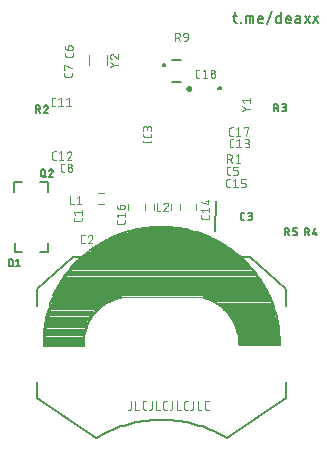
<source format=gbr>
G04 EAGLE Gerber RS-274X export*
G75*
%MOMM*%
%FSLAX34Y34*%
%LPD*%
%INSilkscreen Top*%
%IPPOS*%
%AMOC8*
5,1,8,0,0,1.08239X$1,22.5*%
G01*
%ADD10C,0.076200*%
%ADD11C,0.127000*%
%ADD12C,0.152400*%
%ADD13C,0.203200*%
%ADD14C,0.101600*%
%ADD15C,0.200000*%
%ADD16C,0.250000*%
%ADD17C,0.120000*%
%ADD18C,0.100000*%
%ADD19C,0.050800*%


D10*
X122987Y50509D02*
X122987Y44780D01*
X122985Y44702D01*
X122980Y44624D01*
X122970Y44547D01*
X122957Y44470D01*
X122941Y44394D01*
X122921Y44319D01*
X122897Y44245D01*
X122870Y44172D01*
X122839Y44100D01*
X122805Y44030D01*
X122768Y43962D01*
X122727Y43895D01*
X122683Y43830D01*
X122637Y43768D01*
X122587Y43708D01*
X122535Y43650D01*
X122480Y43595D01*
X122422Y43543D01*
X122362Y43493D01*
X122300Y43447D01*
X122235Y43403D01*
X122169Y43362D01*
X122100Y43325D01*
X122030Y43291D01*
X121958Y43260D01*
X121885Y43233D01*
X121811Y43209D01*
X121736Y43189D01*
X121660Y43173D01*
X121583Y43160D01*
X121506Y43150D01*
X121428Y43145D01*
X121350Y43143D01*
X120532Y43143D01*
X126681Y43143D02*
X126681Y50509D01*
X126681Y43143D02*
X129955Y43143D01*
X134375Y43143D02*
X136012Y43143D01*
X134375Y43143D02*
X134297Y43145D01*
X134219Y43150D01*
X134142Y43160D01*
X134065Y43173D01*
X133989Y43189D01*
X133914Y43209D01*
X133840Y43233D01*
X133767Y43260D01*
X133695Y43291D01*
X133625Y43325D01*
X133557Y43362D01*
X133490Y43403D01*
X133425Y43447D01*
X133363Y43493D01*
X133303Y43543D01*
X133245Y43595D01*
X133190Y43650D01*
X133138Y43708D01*
X133088Y43768D01*
X133042Y43830D01*
X132998Y43895D01*
X132957Y43962D01*
X132920Y44030D01*
X132886Y44100D01*
X132855Y44172D01*
X132828Y44245D01*
X132804Y44319D01*
X132784Y44394D01*
X132768Y44470D01*
X132755Y44547D01*
X132745Y44624D01*
X132740Y44702D01*
X132738Y44780D01*
X132738Y48872D01*
X132740Y48952D01*
X132746Y49032D01*
X132756Y49112D01*
X132769Y49191D01*
X132787Y49270D01*
X132808Y49347D01*
X132834Y49423D01*
X132863Y49498D01*
X132895Y49572D01*
X132931Y49644D01*
X132971Y49714D01*
X133014Y49781D01*
X133060Y49847D01*
X133110Y49910D01*
X133162Y49971D01*
X133217Y50030D01*
X133276Y50085D01*
X133336Y50137D01*
X133400Y50187D01*
X133466Y50233D01*
X133533Y50276D01*
X133603Y50316D01*
X133675Y50352D01*
X133749Y50384D01*
X133823Y50413D01*
X133900Y50439D01*
X133977Y50460D01*
X134056Y50478D01*
X134135Y50491D01*
X134215Y50501D01*
X134295Y50507D01*
X134375Y50509D01*
X136012Y50509D01*
X140543Y50509D02*
X140543Y44780D01*
X140544Y44780D02*
X140542Y44702D01*
X140537Y44624D01*
X140527Y44547D01*
X140514Y44470D01*
X140498Y44394D01*
X140478Y44319D01*
X140454Y44245D01*
X140427Y44172D01*
X140396Y44100D01*
X140362Y44030D01*
X140325Y43962D01*
X140284Y43895D01*
X140240Y43830D01*
X140194Y43768D01*
X140144Y43708D01*
X140092Y43650D01*
X140037Y43595D01*
X139979Y43543D01*
X139919Y43493D01*
X139857Y43447D01*
X139792Y43403D01*
X139726Y43362D01*
X139657Y43325D01*
X139587Y43291D01*
X139515Y43260D01*
X139442Y43233D01*
X139368Y43209D01*
X139293Y43189D01*
X139217Y43173D01*
X139140Y43160D01*
X139063Y43150D01*
X138985Y43145D01*
X138907Y43143D01*
X138088Y43143D01*
X144237Y43143D02*
X144237Y50509D01*
X144237Y43143D02*
X147511Y43143D01*
X151932Y43143D02*
X153568Y43143D01*
X151932Y43143D02*
X151854Y43145D01*
X151776Y43150D01*
X151699Y43160D01*
X151622Y43173D01*
X151546Y43189D01*
X151471Y43209D01*
X151397Y43233D01*
X151324Y43260D01*
X151252Y43291D01*
X151182Y43325D01*
X151114Y43362D01*
X151047Y43403D01*
X150982Y43447D01*
X150920Y43493D01*
X150860Y43543D01*
X150802Y43595D01*
X150747Y43650D01*
X150695Y43708D01*
X150645Y43768D01*
X150599Y43830D01*
X150555Y43895D01*
X150514Y43962D01*
X150477Y44030D01*
X150443Y44100D01*
X150412Y44172D01*
X150385Y44245D01*
X150361Y44319D01*
X150341Y44394D01*
X150325Y44470D01*
X150312Y44547D01*
X150302Y44624D01*
X150297Y44702D01*
X150295Y44780D01*
X150295Y48872D01*
X150297Y48952D01*
X150303Y49032D01*
X150313Y49112D01*
X150326Y49191D01*
X150344Y49270D01*
X150365Y49347D01*
X150391Y49423D01*
X150420Y49498D01*
X150452Y49572D01*
X150488Y49644D01*
X150528Y49714D01*
X150571Y49781D01*
X150617Y49847D01*
X150667Y49910D01*
X150719Y49971D01*
X150774Y50030D01*
X150833Y50085D01*
X150893Y50137D01*
X150957Y50187D01*
X151023Y50233D01*
X151090Y50276D01*
X151160Y50316D01*
X151232Y50352D01*
X151306Y50384D01*
X151380Y50413D01*
X151457Y50439D01*
X151534Y50460D01*
X151613Y50478D01*
X151692Y50491D01*
X151772Y50501D01*
X151852Y50507D01*
X151932Y50509D01*
X153568Y50509D01*
X158100Y50509D02*
X158100Y44780D01*
X158098Y44702D01*
X158093Y44624D01*
X158083Y44547D01*
X158070Y44470D01*
X158054Y44394D01*
X158034Y44319D01*
X158010Y44245D01*
X157983Y44172D01*
X157952Y44100D01*
X157918Y44030D01*
X157881Y43962D01*
X157840Y43895D01*
X157796Y43830D01*
X157750Y43768D01*
X157700Y43708D01*
X157648Y43650D01*
X157593Y43595D01*
X157535Y43543D01*
X157475Y43493D01*
X157413Y43447D01*
X157348Y43403D01*
X157282Y43362D01*
X157213Y43325D01*
X157143Y43291D01*
X157071Y43260D01*
X156998Y43233D01*
X156924Y43209D01*
X156849Y43189D01*
X156773Y43173D01*
X156696Y43160D01*
X156619Y43150D01*
X156541Y43145D01*
X156463Y43143D01*
X155645Y43143D01*
X161794Y43143D02*
X161794Y50509D01*
X161794Y43143D02*
X165068Y43143D01*
X169488Y43143D02*
X171125Y43143D01*
X169488Y43143D02*
X169410Y43145D01*
X169332Y43150D01*
X169255Y43160D01*
X169178Y43173D01*
X169102Y43189D01*
X169027Y43209D01*
X168953Y43233D01*
X168880Y43260D01*
X168808Y43291D01*
X168738Y43325D01*
X168670Y43362D01*
X168603Y43403D01*
X168538Y43447D01*
X168476Y43493D01*
X168416Y43543D01*
X168358Y43595D01*
X168303Y43650D01*
X168251Y43708D01*
X168201Y43768D01*
X168155Y43830D01*
X168111Y43895D01*
X168070Y43962D01*
X168033Y44030D01*
X167999Y44100D01*
X167968Y44172D01*
X167941Y44245D01*
X167917Y44319D01*
X167897Y44394D01*
X167881Y44470D01*
X167868Y44547D01*
X167858Y44624D01*
X167853Y44702D01*
X167851Y44780D01*
X167851Y48872D01*
X167853Y48952D01*
X167859Y49032D01*
X167869Y49112D01*
X167882Y49191D01*
X167900Y49270D01*
X167921Y49347D01*
X167947Y49423D01*
X167976Y49498D01*
X168008Y49572D01*
X168044Y49644D01*
X168084Y49714D01*
X168127Y49781D01*
X168173Y49847D01*
X168223Y49910D01*
X168275Y49971D01*
X168330Y50030D01*
X168389Y50085D01*
X168449Y50137D01*
X168513Y50187D01*
X168579Y50233D01*
X168646Y50276D01*
X168716Y50316D01*
X168788Y50352D01*
X168862Y50384D01*
X168936Y50413D01*
X169013Y50439D01*
X169090Y50460D01*
X169169Y50478D01*
X169248Y50491D01*
X169328Y50501D01*
X169408Y50507D01*
X169488Y50509D01*
X171125Y50509D01*
X175656Y50509D02*
X175656Y44780D01*
X175654Y44702D01*
X175649Y44624D01*
X175639Y44547D01*
X175626Y44470D01*
X175610Y44394D01*
X175590Y44319D01*
X175566Y44245D01*
X175539Y44172D01*
X175508Y44100D01*
X175474Y44030D01*
X175437Y43962D01*
X175396Y43895D01*
X175352Y43830D01*
X175306Y43768D01*
X175256Y43708D01*
X175204Y43650D01*
X175149Y43595D01*
X175091Y43543D01*
X175031Y43493D01*
X174969Y43447D01*
X174904Y43403D01*
X174838Y43362D01*
X174769Y43325D01*
X174699Y43291D01*
X174627Y43260D01*
X174554Y43233D01*
X174480Y43209D01*
X174405Y43189D01*
X174329Y43173D01*
X174252Y43160D01*
X174175Y43150D01*
X174097Y43145D01*
X174019Y43143D01*
X173201Y43143D01*
X179350Y43143D02*
X179350Y50509D01*
X179350Y43143D02*
X182624Y43143D01*
X187044Y43143D02*
X188681Y43143D01*
X187044Y43143D02*
X186966Y43145D01*
X186888Y43150D01*
X186811Y43160D01*
X186734Y43173D01*
X186658Y43189D01*
X186583Y43209D01*
X186509Y43233D01*
X186436Y43260D01*
X186364Y43291D01*
X186294Y43325D01*
X186226Y43362D01*
X186159Y43403D01*
X186094Y43447D01*
X186032Y43493D01*
X185972Y43543D01*
X185914Y43595D01*
X185859Y43650D01*
X185807Y43708D01*
X185757Y43768D01*
X185711Y43830D01*
X185667Y43895D01*
X185626Y43962D01*
X185589Y44030D01*
X185555Y44100D01*
X185524Y44172D01*
X185497Y44245D01*
X185473Y44319D01*
X185453Y44394D01*
X185437Y44470D01*
X185424Y44547D01*
X185414Y44624D01*
X185409Y44702D01*
X185407Y44780D01*
X185407Y48872D01*
X185409Y48952D01*
X185415Y49032D01*
X185425Y49112D01*
X185438Y49191D01*
X185456Y49270D01*
X185477Y49347D01*
X185503Y49423D01*
X185532Y49498D01*
X185564Y49572D01*
X185600Y49644D01*
X185640Y49714D01*
X185683Y49781D01*
X185729Y49847D01*
X185779Y49910D01*
X185831Y49971D01*
X185886Y50030D01*
X185945Y50085D01*
X186005Y50137D01*
X186069Y50187D01*
X186135Y50233D01*
X186202Y50276D01*
X186272Y50316D01*
X186344Y50352D01*
X186418Y50384D01*
X186492Y50413D01*
X186569Y50439D01*
X186646Y50460D01*
X186725Y50478D01*
X186804Y50491D01*
X186884Y50501D01*
X186964Y50507D01*
X187044Y50509D01*
X188681Y50509D01*
D11*
X209646Y376808D02*
X212609Y376787D01*
X210655Y379764D02*
X210603Y372356D01*
X210602Y372356D02*
X210603Y372281D01*
X210609Y372206D01*
X210618Y372132D01*
X210630Y372058D01*
X210647Y371985D01*
X210667Y371912D01*
X210691Y371841D01*
X210718Y371771D01*
X210749Y371703D01*
X210783Y371636D01*
X210821Y371571D01*
X210862Y371508D01*
X210906Y371447D01*
X210953Y371389D01*
X211003Y371332D01*
X211055Y371279D01*
X211111Y371228D01*
X211169Y371180D01*
X211229Y371136D01*
X211291Y371094D01*
X211356Y371055D01*
X211422Y371020D01*
X211490Y370988D01*
X211560Y370960D01*
X211631Y370935D01*
X211703Y370914D01*
X211776Y370896D01*
X211849Y370883D01*
X211924Y370873D01*
X211999Y370866D01*
X212074Y370864D01*
X212568Y370861D01*
X215811Y370838D02*
X215814Y371332D01*
X216308Y371328D01*
X216305Y370835D01*
X215811Y370838D01*
X220409Y370806D02*
X220451Y376732D01*
X224896Y376701D01*
X224895Y376702D02*
X224970Y376700D01*
X225045Y376693D01*
X225120Y376683D01*
X225193Y376670D01*
X225266Y376652D01*
X225339Y376631D01*
X225409Y376606D01*
X225479Y376578D01*
X225547Y376546D01*
X225613Y376511D01*
X225678Y376472D01*
X225740Y376430D01*
X225800Y376386D01*
X225858Y376338D01*
X225914Y376287D01*
X225966Y376234D01*
X226016Y376177D01*
X226063Y376119D01*
X226107Y376058D01*
X226148Y375995D01*
X226186Y375930D01*
X226220Y375863D01*
X226251Y375795D01*
X226278Y375725D01*
X226302Y375654D01*
X226322Y375581D01*
X226339Y375508D01*
X226351Y375434D01*
X226360Y375360D01*
X226366Y375285D01*
X226367Y375210D01*
X226367Y375209D02*
X226336Y370765D01*
X223373Y370785D02*
X223414Y376712D01*
X232327Y370723D02*
X234797Y370705D01*
X232328Y370722D02*
X232253Y370724D01*
X232178Y370731D01*
X232103Y370741D01*
X232030Y370754D01*
X231957Y370772D01*
X231884Y370793D01*
X231814Y370818D01*
X231744Y370846D01*
X231676Y370878D01*
X231610Y370913D01*
X231545Y370952D01*
X231483Y370994D01*
X231423Y371038D01*
X231365Y371086D01*
X231309Y371137D01*
X231257Y371190D01*
X231207Y371247D01*
X231160Y371305D01*
X231116Y371366D01*
X231075Y371429D01*
X231037Y371494D01*
X231003Y371561D01*
X230972Y371629D01*
X230945Y371699D01*
X230921Y371770D01*
X230901Y371843D01*
X230884Y371916D01*
X230872Y371990D01*
X230863Y372064D01*
X230857Y372139D01*
X230856Y372214D01*
X230856Y372215D02*
X230873Y374684D01*
X230876Y374772D01*
X230882Y374861D01*
X230893Y374949D01*
X230907Y375036D01*
X230926Y375123D01*
X230948Y375209D01*
X230974Y375294D01*
X231004Y375377D01*
X231037Y375459D01*
X231075Y375540D01*
X231116Y375618D01*
X231160Y375695D01*
X231208Y375770D01*
X231259Y375843D01*
X231313Y375913D01*
X231370Y375980D01*
X231430Y376045D01*
X231493Y376108D01*
X231559Y376167D01*
X231628Y376223D01*
X231699Y376277D01*
X231772Y376327D01*
X231847Y376373D01*
X231925Y376417D01*
X232004Y376456D01*
X232085Y376492D01*
X232168Y376525D01*
X232252Y376554D01*
X232337Y376578D01*
X232423Y376599D01*
X232510Y376617D01*
X232597Y376630D01*
X232686Y376639D01*
X232774Y376645D01*
X232863Y376646D01*
X232951Y376643D01*
X233040Y376637D01*
X233128Y376626D01*
X233215Y376612D01*
X233302Y376593D01*
X233388Y376571D01*
X233473Y376545D01*
X233556Y376515D01*
X233638Y376482D01*
X233719Y376444D01*
X233797Y376403D01*
X233874Y376359D01*
X233949Y376311D01*
X234022Y376260D01*
X234092Y376206D01*
X234159Y376149D01*
X234224Y376089D01*
X234287Y376026D01*
X234346Y375960D01*
X234402Y375891D01*
X234456Y375820D01*
X234506Y375747D01*
X234552Y375672D01*
X234596Y375594D01*
X234635Y375515D01*
X234671Y375434D01*
X234704Y375351D01*
X234733Y375267D01*
X234757Y375182D01*
X234778Y375096D01*
X234796Y375009D01*
X234809Y374922D01*
X234818Y374833D01*
X234824Y374745D01*
X234825Y374656D01*
X234824Y374656D02*
X234817Y373669D01*
X230866Y373696D01*
X238459Y369692D02*
X242485Y380530D01*
X250038Y379489D02*
X249976Y370599D01*
X247506Y370617D01*
X247507Y370616D02*
X247432Y370618D01*
X247357Y370625D01*
X247282Y370635D01*
X247209Y370648D01*
X247136Y370666D01*
X247063Y370687D01*
X246993Y370712D01*
X246923Y370740D01*
X246855Y370772D01*
X246789Y370807D01*
X246724Y370846D01*
X246662Y370888D01*
X246602Y370932D01*
X246544Y370980D01*
X246488Y371031D01*
X246436Y371084D01*
X246386Y371141D01*
X246339Y371199D01*
X246295Y371260D01*
X246254Y371323D01*
X246216Y371388D01*
X246182Y371455D01*
X246151Y371523D01*
X246124Y371593D01*
X246100Y371664D01*
X246080Y371737D01*
X246063Y371810D01*
X246051Y371884D01*
X246042Y371958D01*
X246036Y372033D01*
X246035Y372108D01*
X246035Y372109D02*
X246056Y375072D01*
X246055Y375072D02*
X246057Y375147D01*
X246064Y375222D01*
X246074Y375297D01*
X246087Y375370D01*
X246105Y375443D01*
X246126Y375516D01*
X246151Y375586D01*
X246179Y375656D01*
X246211Y375724D01*
X246246Y375790D01*
X246285Y375855D01*
X246327Y375917D01*
X246371Y375977D01*
X246419Y376035D01*
X246470Y376091D01*
X246523Y376143D01*
X246580Y376193D01*
X246638Y376240D01*
X246699Y376284D01*
X246762Y376325D01*
X246827Y376363D01*
X246894Y376397D01*
X246962Y376428D01*
X247032Y376455D01*
X247103Y376479D01*
X247176Y376499D01*
X247249Y376516D01*
X247323Y376528D01*
X247397Y376537D01*
X247472Y376543D01*
X247547Y376544D01*
X247548Y376543D02*
X250017Y376526D01*
X255796Y370559D02*
X258266Y370542D01*
X255796Y370558D02*
X255721Y370560D01*
X255646Y370567D01*
X255571Y370577D01*
X255498Y370590D01*
X255425Y370608D01*
X255352Y370629D01*
X255282Y370654D01*
X255212Y370682D01*
X255144Y370714D01*
X255078Y370749D01*
X255013Y370788D01*
X254951Y370830D01*
X254891Y370874D01*
X254833Y370922D01*
X254777Y370973D01*
X254725Y371026D01*
X254675Y371083D01*
X254628Y371141D01*
X254584Y371202D01*
X254543Y371265D01*
X254505Y371330D01*
X254471Y371397D01*
X254440Y371465D01*
X254413Y371535D01*
X254389Y371606D01*
X254369Y371679D01*
X254352Y371752D01*
X254340Y371826D01*
X254331Y371900D01*
X254325Y371975D01*
X254324Y372050D01*
X254325Y372051D02*
X254342Y374520D01*
X254345Y374608D01*
X254351Y374697D01*
X254362Y374785D01*
X254376Y374872D01*
X254395Y374959D01*
X254417Y375045D01*
X254443Y375130D01*
X254473Y375213D01*
X254506Y375295D01*
X254544Y375376D01*
X254585Y375454D01*
X254629Y375531D01*
X254677Y375606D01*
X254728Y375679D01*
X254782Y375749D01*
X254839Y375816D01*
X254899Y375881D01*
X254962Y375944D01*
X255028Y376003D01*
X255097Y376059D01*
X255168Y376113D01*
X255241Y376163D01*
X255316Y376209D01*
X255394Y376253D01*
X255473Y376292D01*
X255554Y376328D01*
X255637Y376361D01*
X255721Y376390D01*
X255806Y376414D01*
X255892Y376435D01*
X255979Y376453D01*
X256066Y376466D01*
X256155Y376475D01*
X256243Y376481D01*
X256332Y376482D01*
X256420Y376479D01*
X256509Y376473D01*
X256597Y376462D01*
X256684Y376448D01*
X256771Y376429D01*
X256857Y376407D01*
X256942Y376381D01*
X257025Y376351D01*
X257107Y376318D01*
X257188Y376280D01*
X257266Y376239D01*
X257343Y376195D01*
X257418Y376147D01*
X257491Y376096D01*
X257561Y376042D01*
X257628Y375985D01*
X257693Y375925D01*
X257756Y375862D01*
X257815Y375796D01*
X257871Y375727D01*
X257925Y375656D01*
X257975Y375583D01*
X258021Y375508D01*
X258065Y375430D01*
X258104Y375351D01*
X258140Y375270D01*
X258173Y375187D01*
X258202Y375103D01*
X258226Y375018D01*
X258247Y374932D01*
X258265Y374845D01*
X258278Y374758D01*
X258287Y374669D01*
X258293Y374581D01*
X258294Y374492D01*
X258293Y374493D02*
X258286Y373505D01*
X254335Y373532D01*
X263931Y373959D02*
X266154Y373944D01*
X263931Y373960D02*
X263849Y373959D01*
X263767Y373953D01*
X263685Y373944D01*
X263604Y373931D01*
X263523Y373914D01*
X263443Y373893D01*
X263365Y373869D01*
X263288Y373841D01*
X263212Y373809D01*
X263137Y373773D01*
X263065Y373734D01*
X262994Y373692D01*
X262926Y373646D01*
X262860Y373598D01*
X262796Y373546D01*
X262735Y373491D01*
X262676Y373433D01*
X262620Y373372D01*
X262567Y373309D01*
X262518Y373244D01*
X262471Y373176D01*
X262428Y373106D01*
X262388Y373034D01*
X262351Y372960D01*
X262318Y372885D01*
X262289Y372808D01*
X262263Y372730D01*
X262242Y372650D01*
X262224Y372570D01*
X262209Y372489D01*
X262199Y372407D01*
X262193Y372325D01*
X262190Y372243D01*
X262191Y372161D01*
X262197Y372079D01*
X262206Y371997D01*
X262219Y371916D01*
X262236Y371835D01*
X262257Y371755D01*
X262281Y371677D01*
X262309Y371600D01*
X262341Y371524D01*
X262377Y371449D01*
X262416Y371377D01*
X262458Y371306D01*
X262504Y371238D01*
X262552Y371172D01*
X262604Y371108D01*
X262659Y371047D01*
X262717Y370988D01*
X262778Y370932D01*
X262841Y370879D01*
X262906Y370830D01*
X262974Y370783D01*
X263044Y370740D01*
X263116Y370700D01*
X263190Y370663D01*
X263265Y370630D01*
X263342Y370601D01*
X263420Y370575D01*
X263500Y370554D01*
X263580Y370536D01*
X263661Y370521D01*
X263743Y370511D01*
X263825Y370505D01*
X263907Y370502D01*
X266130Y370487D01*
X266161Y374931D01*
X266161Y374932D02*
X266160Y375007D01*
X266154Y375082D01*
X266145Y375156D01*
X266133Y375230D01*
X266116Y375303D01*
X266096Y375376D01*
X266072Y375447D01*
X266045Y375517D01*
X266014Y375585D01*
X265980Y375652D01*
X265942Y375717D01*
X265901Y375780D01*
X265857Y375841D01*
X265810Y375899D01*
X265760Y375956D01*
X265708Y376009D01*
X265652Y376060D01*
X265594Y376108D01*
X265534Y376152D01*
X265472Y376194D01*
X265407Y376233D01*
X265341Y376268D01*
X265273Y376300D01*
X265203Y376328D01*
X265133Y376353D01*
X265060Y376374D01*
X264987Y376392D01*
X264914Y376405D01*
X264839Y376415D01*
X264764Y376422D01*
X264689Y376424D01*
X264689Y376423D02*
X262714Y376437D01*
X270164Y370458D02*
X274156Y376357D01*
X270205Y376385D02*
X274115Y370431D01*
X277479Y370407D02*
X281471Y376306D01*
X277520Y376334D02*
X281430Y370380D01*
D12*
X240000Y140000D02*
X57000Y140000D01*
X58000Y141000D01*
X239000Y142000D02*
X240000Y140000D01*
X238999Y142000D02*
X237873Y144186D01*
X236693Y146345D01*
X235462Y148474D01*
X234178Y150573D01*
X232845Y152639D01*
X231461Y154673D01*
X230029Y156673D01*
X228548Y158637D01*
X227020Y160565D01*
X225446Y162455D01*
X223826Y164306D01*
X222162Y166117D01*
X220454Y167887D01*
X218703Y169615D01*
X216911Y171300D01*
X215079Y172941D01*
X213207Y174537D01*
X211298Y176087D01*
X209350Y177591D01*
X207368Y179046D01*
X205350Y180453D01*
X203298Y181810D01*
X201215Y183117D01*
X199100Y184373D01*
X196955Y185578D01*
X194781Y186729D01*
X192581Y187828D01*
X190354Y188873D01*
X188102Y189863D01*
X185827Y190799D01*
X183530Y191678D01*
X181213Y192502D01*
X178875Y193269D01*
X176520Y193979D01*
X174149Y194632D01*
X171762Y195227D01*
X169361Y195763D01*
X166949Y196242D01*
X164525Y196661D01*
X162092Y197021D01*
X159650Y197322D01*
X157202Y197564D01*
X154749Y197746D01*
X152293Y197868D01*
X149834Y197931D01*
X147374Y197934D01*
X144915Y197877D01*
X142458Y197760D01*
X140004Y197584D01*
X137556Y197348D01*
X135114Y197053D01*
X132680Y196698D01*
X130255Y196284D01*
X127841Y195812D01*
X125440Y195281D01*
X123051Y194692D01*
X120678Y194044D01*
X118322Y193340D01*
X115983Y192578D01*
X113663Y191760D01*
X111364Y190885D01*
X109087Y189955D01*
X106833Y188970D01*
X104604Y187931D01*
X102400Y186837D01*
X100224Y185690D01*
X98077Y184491D01*
X95959Y183240D01*
X93872Y181938D01*
X91817Y180585D01*
X89796Y179183D01*
X87810Y177732D01*
X85860Y176234D01*
X83946Y174688D01*
X82071Y173096D01*
X80235Y171460D01*
X78439Y169779D01*
X76684Y168055D01*
X74972Y166288D01*
X73304Y164481D01*
X71680Y162634D01*
X70101Y160748D01*
X68568Y158823D01*
X67083Y156863D01*
X65646Y154866D01*
X64258Y152836D01*
X62919Y150772D01*
X61631Y148677D01*
X60395Y146550D01*
X59210Y144394D01*
X58078Y142210D01*
X57000Y140000D01*
X59000Y141000D02*
X238000Y141000D01*
X238000Y142000D02*
X59000Y142000D01*
X237000Y143000D02*
X238000Y142000D01*
X237000Y143000D02*
X237000Y144000D01*
X237000Y143000D02*
X59000Y143000D01*
X61000Y145000D01*
X61000Y144000D01*
X237000Y144000D01*
X236000Y145000D01*
X61000Y145000D01*
X62000Y146000D01*
X236000Y146000D01*
X236000Y147000D01*
X62000Y147000D01*
X63000Y148000D01*
X235000Y148000D01*
X63000Y149000D02*
X63000Y150000D01*
X64000Y149000D01*
X234000Y149000D01*
D13*
X233000Y150000D02*
X64000Y150000D01*
X233000Y150000D02*
X233000Y151000D01*
X65000Y151000D01*
X67000Y153000D01*
X232000Y153000D01*
X230000Y155000D01*
X66000Y155000D01*
X67000Y154000D02*
X65000Y152000D01*
X68000Y156000D02*
X69000Y157000D01*
X229000Y157000D01*
X230000Y156000D01*
X228000Y158000D02*
X70000Y158000D01*
X226000Y160000D02*
X228000Y158000D01*
X226000Y160000D02*
X71000Y160000D01*
X72000Y161000D01*
X72000Y162000D01*
X225000Y162000D01*
X224000Y163000D01*
X74000Y163000D01*
X75000Y164000D01*
X223000Y164000D01*
X221000Y166000D01*
X76000Y166000D01*
X75000Y165000D01*
X76000Y166000D02*
X77000Y167000D01*
X220000Y167000D01*
X218000Y169000D01*
X79000Y169000D01*
X80000Y170000D01*
X217000Y170000D01*
X216000Y171000D02*
X81000Y171000D01*
X215000Y172000D02*
X216000Y171000D01*
X215000Y172000D02*
X83000Y172000D01*
X84000Y173000D01*
X84000Y174000D01*
X213000Y174000D01*
X214000Y173000D01*
X213000Y174000D02*
X211000Y176000D01*
X88000Y176000D01*
X86000Y176000D01*
X88000Y176000D02*
X89000Y177000D01*
X209000Y177000D01*
X208000Y178000D01*
X90000Y178000D01*
X91000Y179000D01*
X206000Y179000D01*
X205000Y180000D01*
X94000Y180000D01*
X93000Y180000D01*
X94000Y180000D02*
X95000Y181000D01*
X203000Y181000D01*
X201000Y183000D01*
X97000Y183000D01*
X96000Y182000D01*
X97000Y183000D02*
X98000Y184000D01*
X101000Y184000D01*
X198000Y184000D01*
X197000Y185000D01*
X195000Y185000D01*
X102000Y185000D01*
X101000Y184000D01*
X102000Y185000D02*
X103000Y186000D01*
X104000Y186000D01*
X194000Y186000D01*
X195000Y185000D01*
X194000Y186000D02*
X193000Y187000D01*
X105000Y187000D01*
X104000Y186000D01*
X105000Y187000D02*
X106000Y188000D01*
X190000Y188000D01*
X189000Y189000D01*
X109000Y189000D01*
X110000Y190000D01*
X185000Y190000D01*
X184000Y191000D01*
X115000Y191000D01*
X116000Y192000D01*
X120000Y192000D01*
X179000Y192000D01*
X178000Y193000D01*
X174000Y193000D01*
X121000Y193000D01*
X120000Y192000D01*
X121000Y193000D02*
X122000Y194000D01*
X129000Y194000D01*
X173000Y194000D02*
X174000Y193000D01*
X173000Y194000D02*
X129000Y194000D01*
X128000Y195000D01*
X170000Y195000D01*
X169000Y196000D01*
X135000Y196000D01*
X134000Y197000D01*
X151000Y197000D01*
X83000Y97000D02*
X50000Y97000D01*
X50000Y99000D02*
X83000Y99000D01*
X50000Y99000D02*
X50000Y100000D01*
X83000Y100000D01*
X83000Y101000D01*
X50000Y101000D01*
X50000Y102000D01*
X83000Y102000D01*
X83000Y104000D01*
X50000Y104000D01*
X50000Y106000D01*
X83000Y106000D01*
X83000Y107000D01*
X50000Y107000D01*
X83000Y102000D02*
X83000Y99000D01*
X83000Y97000D01*
X83000Y99000D02*
X83012Y99992D01*
X83049Y100984D01*
X83109Y101974D01*
X83194Y102962D01*
X83303Y103949D01*
X83437Y104932D01*
X83594Y105911D01*
X83775Y106887D01*
X83980Y107858D01*
X84209Y108823D01*
X84461Y109783D01*
X84737Y110736D01*
X85036Y111682D01*
X85358Y112620D01*
X85703Y113551D01*
X86070Y114472D01*
X86460Y115385D01*
X86873Y116287D01*
X87307Y117179D01*
X87763Y118060D01*
X88240Y118930D01*
X88739Y119788D01*
X89258Y120633D01*
X89798Y121466D01*
X90358Y122285D01*
X90938Y123090D01*
X91538Y123880D01*
X92156Y124656D01*
X92794Y125416D01*
X93450Y126160D01*
X94124Y126888D01*
X94816Y127600D01*
X95524Y128294D01*
X96250Y128971D01*
X96992Y129629D01*
X97750Y130270D01*
X98523Y130891D01*
X99312Y131494D01*
X100114Y132077D01*
X100931Y132640D01*
X101762Y133183D01*
X102605Y133706D01*
X103461Y134207D01*
X104329Y134688D01*
X105209Y135147D01*
X106099Y135585D01*
X107000Y136000D01*
X107000Y136001D02*
X108235Y136537D01*
X109480Y137050D01*
X110736Y137538D01*
X112000Y138001D01*
X83000Y108000D02*
X50000Y108000D01*
X83000Y108000D02*
X83000Y110000D01*
X51000Y110000D01*
X50000Y109000D01*
X51000Y110000D02*
X52000Y111000D01*
X84000Y111000D01*
X52000Y111000D02*
X50000Y111000D01*
X51000Y112000D01*
X51000Y113000D01*
X85000Y113000D01*
X85000Y114000D01*
X51000Y114000D01*
X51000Y116000D01*
X85000Y116000D01*
X86000Y117000D01*
X52000Y117000D01*
X51000Y118000D01*
X52000Y119000D01*
X87000Y119000D01*
X88000Y120000D01*
X52000Y120000D01*
X53000Y121000D01*
X88000Y121000D01*
X88000Y122000D01*
X89000Y123000D01*
X90000Y123000D01*
X89000Y123000D02*
X54000Y123000D01*
X53000Y122000D01*
X54000Y123000D02*
X54000Y124000D01*
X53000Y124000D01*
X54000Y125000D01*
X91000Y125000D01*
X92000Y126000D01*
X54000Y126000D01*
X54000Y128000D01*
X92000Y128000D01*
X93000Y127000D01*
X94000Y128000D01*
X94000Y129000D01*
X54000Y129000D01*
X55000Y130000D01*
X55000Y131000D01*
X94000Y131000D01*
X95000Y130000D01*
X96000Y131000D01*
X98000Y131000D01*
X97000Y132000D01*
X55000Y132000D01*
X56000Y133000D01*
X100000Y133000D01*
X101000Y134000D01*
X56000Y134000D01*
X57000Y135000D01*
X103000Y135000D01*
X104000Y136000D01*
X57000Y136000D01*
X58000Y137000D01*
X59000Y136000D01*
X107000Y136000D01*
X107000Y137000D01*
X58000Y137000D01*
X58000Y138000D01*
X59000Y139000D01*
X107000Y139000D01*
X106000Y138000D02*
X111000Y138000D01*
X107000Y139000D02*
X106000Y138000D01*
X107000Y139000D02*
X112000Y139000D01*
X113000Y139000D01*
X112000Y139000D02*
X111000Y138000D01*
X113000Y139000D02*
X115000Y139000D01*
D14*
X113000Y139000D02*
X119000Y139000D01*
X106000Y135000D02*
X104000Y134000D01*
X106000Y135000D02*
X106878Y135426D01*
X107766Y135831D01*
X108663Y136215D01*
X109569Y136578D01*
X110483Y136920D01*
X111405Y137240D01*
X112335Y137538D01*
X113271Y137814D01*
X114213Y138068D01*
X115161Y138299D01*
X116114Y138508D01*
X117072Y138695D01*
X118034Y138859D01*
X119000Y139000D01*
X179000Y139000D01*
X184000Y139000D01*
X179000Y139000D02*
X179997Y138829D01*
X180990Y138634D01*
X181977Y138414D01*
X182959Y138171D01*
X183935Y137904D01*
X184903Y137613D01*
X185865Y137299D01*
X186818Y136961D01*
X187763Y136601D01*
X188699Y136217D01*
X189626Y135811D01*
X190542Y135382D01*
X191447Y134931D01*
X192341Y134458D01*
X193224Y133963D01*
X194094Y133447D01*
X194951Y132911D01*
X195795Y132353D01*
X196625Y131775D01*
X197440Y131177D01*
X198241Y130559D01*
X199027Y129922D01*
X199797Y129266D01*
X200550Y128591D01*
X201287Y127898D01*
X202007Y127187D01*
X202710Y126460D01*
X203394Y125715D01*
X204060Y124953D01*
X204707Y124176D01*
X205336Y123383D01*
X205944Y122576D01*
X206533Y121753D01*
X207102Y120917D01*
X207650Y120066D01*
X208177Y119203D01*
X208683Y118327D01*
X209167Y117439D01*
X209630Y116540D01*
X210071Y115629D01*
X210489Y114708D01*
X210885Y113778D01*
X211258Y112837D01*
X211608Y111888D01*
X211935Y110931D01*
X212238Y109966D01*
X212518Y108994D01*
X212774Y108016D01*
X213006Y107031D01*
X213214Y106041D01*
X213398Y105046D01*
X213557Y104048D01*
X213692Y103045D01*
X213803Y102040D01*
X213889Y101032D01*
X213951Y100022D01*
X213988Y99011D01*
X214000Y98000D01*
X249000Y98000D01*
D13*
X240000Y139000D02*
X184000Y139000D01*
X240000Y139000D02*
X240000Y137000D01*
X239000Y138000D01*
X188000Y138000D01*
X186000Y138000D01*
X188000Y138000D02*
X189000Y137000D01*
X240000Y137000D01*
X241000Y136000D01*
X241000Y135000D01*
D15*
X241000Y136000D02*
X191000Y136000D01*
X241000Y135000D02*
X242000Y134000D01*
X241000Y135000D02*
X194000Y135000D01*
X193000Y135000D01*
X194000Y135000D02*
X196000Y133000D01*
X242000Y133000D01*
X243000Y132000D01*
X198000Y132000D01*
X199000Y131000D01*
X243000Y131000D01*
X243000Y130000D01*
X200000Y130000D01*
X201000Y129000D01*
X244000Y129000D01*
X244000Y128000D01*
X202000Y128000D01*
X203000Y127000D01*
X204000Y127000D01*
X244000Y127000D01*
X244000Y126000D01*
X205000Y126000D01*
X204000Y127000D01*
X205000Y126000D02*
X205000Y125000D01*
X244000Y125000D01*
X245000Y124000D01*
X245000Y123000D01*
X207000Y123000D01*
X206000Y124000D01*
X207000Y123000D02*
X208000Y122000D01*
X245000Y122000D01*
X245000Y121000D01*
X208000Y121000D01*
X209000Y120000D01*
X246000Y120000D01*
X246000Y119000D01*
X209000Y119000D01*
X210000Y118000D01*
X246000Y118000D01*
X246000Y117000D01*
X210000Y117000D01*
X211000Y116000D01*
X247000Y116000D01*
X247000Y115000D01*
X211000Y115000D01*
X212000Y114000D01*
X247000Y114000D01*
X247000Y113000D01*
X212000Y113000D01*
X212000Y112000D02*
X247000Y112000D01*
X247000Y111000D01*
X213000Y111000D01*
X213000Y110000D01*
X247000Y110000D01*
X248000Y109000D01*
X213000Y109000D01*
X214000Y108000D01*
X214000Y107000D01*
X247000Y107000D01*
X248000Y108000D01*
X248000Y106000D01*
X214000Y106000D01*
X214000Y104000D01*
X215000Y105000D02*
X248000Y105000D01*
X215000Y105000D02*
X215000Y103000D01*
X216000Y104000D01*
X248000Y104000D01*
X248000Y103000D01*
X215000Y103000D01*
X248000Y103000D02*
X248000Y101000D01*
X216000Y101000D01*
X215000Y102000D01*
X215000Y101000D01*
X216000Y101000D01*
X248000Y101000D02*
X248000Y100000D01*
X216000Y100000D01*
X215000Y101000D01*
X215000Y99000D01*
X249000Y99000D01*
X48945Y98338D02*
X48945Y96785D01*
X48945Y98338D02*
X48975Y100846D01*
X49065Y103352D01*
X49215Y105855D01*
X49426Y108354D01*
X49696Y110847D01*
X50026Y113333D01*
X50415Y115811D01*
X50863Y118278D01*
X51371Y120734D01*
X51937Y123177D01*
X52562Y125606D01*
X53245Y128019D01*
X53985Y130415D01*
X54783Y132792D01*
X55637Y135150D01*
X56548Y137487D01*
X57515Y139801D01*
X248833Y99755D02*
X248833Y98437D01*
X248833Y99755D02*
X248806Y102020D01*
X248726Y104283D01*
X248592Y106544D01*
X248405Y108801D01*
X248165Y111053D01*
X247872Y113299D01*
X247525Y115537D01*
X247126Y117766D01*
X246675Y119985D01*
X246171Y122193D01*
X245615Y124389D01*
X245007Y126571D01*
X244348Y128737D01*
X243638Y130888D01*
X242878Y133021D01*
X242067Y135136D01*
X241207Y137231D01*
X240297Y139305D01*
X239339Y141357D01*
X238332Y143386D01*
X237278Y145390D01*
X236176Y147369D01*
X235029Y149322D01*
X233835Y151246D01*
X232597Y153143D01*
D16*
X170508Y315121D02*
X170510Y315191D01*
X170516Y315261D01*
X170526Y315330D01*
X170539Y315399D01*
X170557Y315467D01*
X170578Y315534D01*
X170603Y315599D01*
X170632Y315663D01*
X170664Y315726D01*
X170700Y315786D01*
X170739Y315844D01*
X170781Y315900D01*
X170826Y315954D01*
X170874Y316005D01*
X170925Y316053D01*
X170979Y316098D01*
X171035Y316140D01*
X171093Y316179D01*
X171153Y316215D01*
X171216Y316247D01*
X171280Y316276D01*
X171345Y316301D01*
X171412Y316322D01*
X171480Y316340D01*
X171549Y316353D01*
X171618Y316363D01*
X171688Y316369D01*
X171758Y316371D01*
X171828Y316369D01*
X171898Y316363D01*
X171967Y316353D01*
X172036Y316340D01*
X172104Y316322D01*
X172171Y316301D01*
X172236Y316276D01*
X172300Y316247D01*
X172363Y316215D01*
X172423Y316179D01*
X172481Y316140D01*
X172537Y316098D01*
X172591Y316053D01*
X172642Y316005D01*
X172690Y315954D01*
X172735Y315900D01*
X172777Y315844D01*
X172816Y315786D01*
X172852Y315726D01*
X172884Y315663D01*
X172913Y315599D01*
X172938Y315534D01*
X172959Y315467D01*
X172977Y315399D01*
X172990Y315330D01*
X173000Y315261D01*
X173006Y315191D01*
X173008Y315121D01*
X173006Y315051D01*
X173000Y314981D01*
X172990Y314912D01*
X172977Y314843D01*
X172959Y314775D01*
X172938Y314708D01*
X172913Y314643D01*
X172884Y314579D01*
X172852Y314516D01*
X172816Y314456D01*
X172777Y314398D01*
X172735Y314342D01*
X172690Y314288D01*
X172642Y314237D01*
X172591Y314189D01*
X172537Y314144D01*
X172481Y314102D01*
X172423Y314063D01*
X172363Y314027D01*
X172300Y313995D01*
X172236Y313966D01*
X172171Y313941D01*
X172104Y313920D01*
X172036Y313902D01*
X171967Y313889D01*
X171898Y313879D01*
X171828Y313873D01*
X171758Y313871D01*
X171688Y313873D01*
X171618Y313879D01*
X171549Y313889D01*
X171480Y313902D01*
X171412Y313920D01*
X171345Y313941D01*
X171280Y313966D01*
X171216Y313995D01*
X171153Y314027D01*
X171093Y314063D01*
X171035Y314102D01*
X170979Y314144D01*
X170925Y314189D01*
X170874Y314237D01*
X170826Y314288D01*
X170781Y314342D01*
X170739Y314398D01*
X170700Y314456D01*
X170664Y314516D01*
X170632Y314579D01*
X170603Y314643D01*
X170578Y314708D01*
X170557Y314775D01*
X170539Y314843D01*
X170526Y314912D01*
X170516Y314981D01*
X170510Y315051D01*
X170508Y315121D01*
D10*
X140187Y270199D02*
X133329Y270199D01*
X140187Y269437D02*
X140187Y270961D01*
X133329Y270961D02*
X133329Y269437D01*
X140187Y275282D02*
X140187Y276806D01*
X140187Y275282D02*
X140185Y275205D01*
X140179Y275128D01*
X140169Y275051D01*
X140156Y274975D01*
X140138Y274900D01*
X140117Y274826D01*
X140092Y274753D01*
X140063Y274681D01*
X140031Y274611D01*
X139996Y274542D01*
X139956Y274476D01*
X139914Y274411D01*
X139868Y274349D01*
X139819Y274289D01*
X139768Y274232D01*
X139713Y274177D01*
X139656Y274126D01*
X139596Y274077D01*
X139534Y274031D01*
X139469Y273989D01*
X139403Y273949D01*
X139334Y273914D01*
X139264Y273882D01*
X139192Y273853D01*
X139119Y273828D01*
X139045Y273807D01*
X138970Y273789D01*
X138894Y273776D01*
X138817Y273766D01*
X138740Y273760D01*
X138663Y273758D01*
X134853Y273758D01*
X134776Y273760D01*
X134699Y273766D01*
X134622Y273776D01*
X134546Y273789D01*
X134471Y273807D01*
X134397Y273828D01*
X134324Y273853D01*
X134252Y273882D01*
X134182Y273914D01*
X134113Y273949D01*
X134047Y273989D01*
X133982Y274031D01*
X133920Y274077D01*
X133860Y274126D01*
X133803Y274177D01*
X133748Y274232D01*
X133697Y274289D01*
X133648Y274349D01*
X133602Y274411D01*
X133560Y274476D01*
X133520Y274542D01*
X133485Y274611D01*
X133453Y274681D01*
X133424Y274753D01*
X133399Y274826D01*
X133378Y274900D01*
X133360Y274975D01*
X133347Y275051D01*
X133337Y275128D01*
X133331Y275205D01*
X133329Y275282D01*
X133329Y276806D01*
X140187Y279495D02*
X140187Y281400D01*
X140185Y281485D01*
X140179Y281571D01*
X140170Y281656D01*
X140156Y281740D01*
X140139Y281824D01*
X140118Y281907D01*
X140094Y281989D01*
X140066Y282069D01*
X140034Y282149D01*
X139998Y282227D01*
X139960Y282303D01*
X139917Y282377D01*
X139872Y282449D01*
X139823Y282520D01*
X139771Y282588D01*
X139717Y282653D01*
X139659Y282716D01*
X139598Y282777D01*
X139535Y282835D01*
X139470Y282889D01*
X139402Y282941D01*
X139331Y282990D01*
X139259Y283035D01*
X139185Y283078D01*
X139109Y283116D01*
X139031Y283152D01*
X138951Y283184D01*
X138871Y283212D01*
X138789Y283236D01*
X138706Y283257D01*
X138622Y283274D01*
X138538Y283288D01*
X138453Y283297D01*
X138367Y283303D01*
X138282Y283305D01*
X138197Y283303D01*
X138111Y283297D01*
X138026Y283288D01*
X137942Y283274D01*
X137858Y283257D01*
X137775Y283236D01*
X137693Y283212D01*
X137613Y283184D01*
X137533Y283152D01*
X137455Y283116D01*
X137379Y283078D01*
X137305Y283035D01*
X137233Y282990D01*
X137162Y282941D01*
X137094Y282889D01*
X137029Y282835D01*
X136966Y282777D01*
X136905Y282716D01*
X136847Y282653D01*
X136793Y282588D01*
X136741Y282520D01*
X136692Y282449D01*
X136647Y282377D01*
X136604Y282303D01*
X136566Y282227D01*
X136530Y282149D01*
X136498Y282069D01*
X136470Y281989D01*
X136446Y281907D01*
X136425Y281824D01*
X136408Y281740D01*
X136394Y281656D01*
X136385Y281571D01*
X136379Y281485D01*
X136377Y281400D01*
X133329Y281781D02*
X133329Y279495D01*
X133329Y281781D02*
X133331Y281858D01*
X133337Y281935D01*
X133347Y282012D01*
X133360Y282088D01*
X133378Y282163D01*
X133399Y282237D01*
X133424Y282310D01*
X133453Y282382D01*
X133485Y282452D01*
X133520Y282521D01*
X133560Y282587D01*
X133602Y282652D01*
X133648Y282714D01*
X133697Y282774D01*
X133748Y282831D01*
X133803Y282886D01*
X133860Y282937D01*
X133920Y282986D01*
X133982Y283032D01*
X134047Y283074D01*
X134113Y283114D01*
X134182Y283149D01*
X134252Y283181D01*
X134324Y283210D01*
X134397Y283235D01*
X134471Y283256D01*
X134546Y283274D01*
X134622Y283287D01*
X134699Y283297D01*
X134776Y283303D01*
X134853Y283305D01*
X134930Y283303D01*
X135007Y283297D01*
X135084Y283287D01*
X135160Y283274D01*
X135235Y283256D01*
X135309Y283235D01*
X135382Y283210D01*
X135454Y283181D01*
X135524Y283149D01*
X135593Y283114D01*
X135659Y283074D01*
X135724Y283032D01*
X135786Y282986D01*
X135846Y282937D01*
X135903Y282886D01*
X135958Y282831D01*
X136009Y282774D01*
X136058Y282714D01*
X136104Y282652D01*
X136146Y282587D01*
X136186Y282521D01*
X136221Y282452D01*
X136253Y282382D01*
X136282Y282310D01*
X136307Y282237D01*
X136328Y282163D01*
X136346Y282088D01*
X136359Y282012D01*
X136369Y281935D01*
X136375Y281858D01*
X136377Y281781D01*
X136377Y280257D01*
X81259Y205632D02*
X81259Y204108D01*
X81257Y204031D01*
X81251Y203954D01*
X81241Y203877D01*
X81228Y203801D01*
X81210Y203726D01*
X81189Y203652D01*
X81164Y203579D01*
X81135Y203507D01*
X81103Y203437D01*
X81068Y203368D01*
X81028Y203302D01*
X80986Y203237D01*
X80940Y203175D01*
X80891Y203115D01*
X80840Y203058D01*
X80785Y203003D01*
X80728Y202952D01*
X80668Y202903D01*
X80606Y202857D01*
X80541Y202815D01*
X80475Y202775D01*
X80406Y202740D01*
X80336Y202708D01*
X80264Y202679D01*
X80191Y202654D01*
X80117Y202633D01*
X80042Y202615D01*
X79966Y202602D01*
X79889Y202592D01*
X79812Y202586D01*
X79735Y202584D01*
X75925Y202584D01*
X75848Y202586D01*
X75771Y202592D01*
X75694Y202602D01*
X75618Y202615D01*
X75543Y202633D01*
X75469Y202654D01*
X75396Y202679D01*
X75324Y202708D01*
X75254Y202740D01*
X75185Y202775D01*
X75119Y202815D01*
X75054Y202857D01*
X74992Y202903D01*
X74932Y202952D01*
X74875Y203003D01*
X74820Y203058D01*
X74769Y203115D01*
X74720Y203175D01*
X74674Y203237D01*
X74632Y203302D01*
X74592Y203368D01*
X74557Y203437D01*
X74525Y203507D01*
X74496Y203579D01*
X74471Y203652D01*
X74450Y203726D01*
X74432Y203801D01*
X74419Y203877D01*
X74409Y203954D01*
X74403Y204031D01*
X74401Y204108D01*
X74401Y205632D01*
X75925Y208321D02*
X74401Y210226D01*
X81259Y210226D01*
X81259Y208321D02*
X81259Y212131D01*
X82101Y184296D02*
X83625Y184296D01*
X82101Y184296D02*
X82024Y184298D01*
X81947Y184304D01*
X81870Y184314D01*
X81794Y184327D01*
X81719Y184345D01*
X81645Y184366D01*
X81572Y184391D01*
X81500Y184420D01*
X81430Y184452D01*
X81361Y184487D01*
X81295Y184527D01*
X81230Y184569D01*
X81168Y184615D01*
X81108Y184664D01*
X81051Y184715D01*
X80996Y184770D01*
X80945Y184827D01*
X80896Y184887D01*
X80850Y184949D01*
X80808Y185014D01*
X80768Y185080D01*
X80733Y185149D01*
X80701Y185219D01*
X80672Y185291D01*
X80647Y185364D01*
X80626Y185438D01*
X80608Y185513D01*
X80595Y185589D01*
X80585Y185666D01*
X80579Y185743D01*
X80577Y185820D01*
X80577Y189630D01*
X80579Y189707D01*
X80585Y189784D01*
X80595Y189861D01*
X80608Y189937D01*
X80626Y190012D01*
X80647Y190086D01*
X80672Y190159D01*
X80701Y190231D01*
X80733Y190301D01*
X80768Y190370D01*
X80808Y190436D01*
X80850Y190501D01*
X80896Y190563D01*
X80945Y190623D01*
X80996Y190680D01*
X81051Y190735D01*
X81108Y190786D01*
X81168Y190835D01*
X81230Y190881D01*
X81295Y190923D01*
X81361Y190963D01*
X81430Y190998D01*
X81500Y191030D01*
X81572Y191059D01*
X81645Y191084D01*
X81719Y191105D01*
X81794Y191123D01*
X81870Y191136D01*
X81947Y191146D01*
X82024Y191152D01*
X82101Y191154D01*
X83625Y191154D01*
X88410Y191155D02*
X88492Y191153D01*
X88573Y191147D01*
X88654Y191138D01*
X88735Y191124D01*
X88814Y191107D01*
X88893Y191086D01*
X88971Y191061D01*
X89047Y191032D01*
X89122Y191000D01*
X89196Y190964D01*
X89268Y190925D01*
X89337Y190883D01*
X89405Y190837D01*
X89470Y190788D01*
X89533Y190736D01*
X89593Y190681D01*
X89651Y190623D01*
X89706Y190563D01*
X89758Y190500D01*
X89807Y190435D01*
X89853Y190367D01*
X89895Y190298D01*
X89934Y190226D01*
X89970Y190152D01*
X90002Y190077D01*
X90031Y190001D01*
X90056Y189923D01*
X90077Y189844D01*
X90094Y189765D01*
X90108Y189684D01*
X90117Y189603D01*
X90123Y189522D01*
X90125Y189440D01*
X88410Y191154D02*
X88318Y191152D01*
X88226Y191146D01*
X88134Y191137D01*
X88042Y191123D01*
X87952Y191106D01*
X87862Y191085D01*
X87773Y191060D01*
X87685Y191031D01*
X87598Y190999D01*
X87513Y190963D01*
X87430Y190924D01*
X87348Y190881D01*
X87268Y190835D01*
X87190Y190785D01*
X87114Y190733D01*
X87041Y190677D01*
X86970Y190618D01*
X86901Y190556D01*
X86835Y190491D01*
X86772Y190424D01*
X86712Y190354D01*
X86654Y190282D01*
X86600Y190207D01*
X86549Y190130D01*
X86501Y190051D01*
X86457Y189970D01*
X86416Y189887D01*
X86378Y189803D01*
X86344Y189717D01*
X86314Y189630D01*
X89553Y188106D02*
X89612Y188165D01*
X89668Y188226D01*
X89721Y188289D01*
X89772Y188355D01*
X89819Y188423D01*
X89863Y188493D01*
X89904Y188565D01*
X89942Y188639D01*
X89976Y188714D01*
X90007Y188791D01*
X90034Y188869D01*
X90058Y188949D01*
X90079Y189029D01*
X90095Y189110D01*
X90108Y189192D01*
X90118Y189274D01*
X90123Y189357D01*
X90125Y189440D01*
X89553Y188106D02*
X86314Y184296D01*
X90124Y184296D01*
X204671Y252385D02*
X204671Y259243D01*
X206576Y259243D01*
X206661Y259241D01*
X206747Y259235D01*
X206832Y259226D01*
X206916Y259212D01*
X207000Y259195D01*
X207083Y259174D01*
X207165Y259150D01*
X207245Y259122D01*
X207325Y259090D01*
X207403Y259054D01*
X207479Y259016D01*
X207553Y258973D01*
X207625Y258928D01*
X207696Y258879D01*
X207764Y258827D01*
X207829Y258773D01*
X207892Y258715D01*
X207953Y258654D01*
X208011Y258591D01*
X208065Y258526D01*
X208117Y258458D01*
X208166Y258387D01*
X208211Y258315D01*
X208254Y258241D01*
X208292Y258165D01*
X208328Y258087D01*
X208360Y258007D01*
X208388Y257927D01*
X208412Y257845D01*
X208433Y257762D01*
X208450Y257678D01*
X208464Y257594D01*
X208473Y257509D01*
X208479Y257423D01*
X208481Y257338D01*
X208479Y257253D01*
X208473Y257167D01*
X208464Y257082D01*
X208450Y256998D01*
X208433Y256914D01*
X208412Y256831D01*
X208388Y256749D01*
X208360Y256669D01*
X208328Y256589D01*
X208292Y256511D01*
X208254Y256435D01*
X208211Y256361D01*
X208166Y256289D01*
X208117Y256218D01*
X208065Y256150D01*
X208011Y256085D01*
X207953Y256022D01*
X207892Y255961D01*
X207829Y255903D01*
X207764Y255849D01*
X207696Y255797D01*
X207625Y255748D01*
X207553Y255703D01*
X207479Y255660D01*
X207403Y255622D01*
X207325Y255586D01*
X207245Y255554D01*
X207165Y255526D01*
X207083Y255502D01*
X207000Y255481D01*
X206916Y255464D01*
X206832Y255450D01*
X206747Y255441D01*
X206661Y255435D01*
X206576Y255433D01*
X204671Y255433D01*
X206957Y255433D02*
X208481Y252385D01*
X211479Y257719D02*
X213384Y259243D01*
X213384Y252385D01*
X211479Y252385D02*
X215289Y252385D01*
X206973Y242193D02*
X205449Y242193D01*
X205372Y242195D01*
X205295Y242201D01*
X205218Y242211D01*
X205142Y242224D01*
X205067Y242242D01*
X204993Y242263D01*
X204920Y242288D01*
X204848Y242317D01*
X204778Y242349D01*
X204709Y242384D01*
X204643Y242424D01*
X204578Y242466D01*
X204516Y242512D01*
X204456Y242561D01*
X204399Y242612D01*
X204344Y242667D01*
X204293Y242724D01*
X204244Y242784D01*
X204198Y242846D01*
X204156Y242911D01*
X204116Y242977D01*
X204081Y243046D01*
X204049Y243116D01*
X204020Y243188D01*
X203995Y243261D01*
X203974Y243335D01*
X203956Y243410D01*
X203943Y243486D01*
X203933Y243563D01*
X203927Y243640D01*
X203925Y243717D01*
X203925Y247527D01*
X203927Y247604D01*
X203933Y247681D01*
X203943Y247758D01*
X203956Y247834D01*
X203974Y247909D01*
X203995Y247983D01*
X204020Y248056D01*
X204049Y248128D01*
X204081Y248198D01*
X204116Y248267D01*
X204156Y248333D01*
X204198Y248398D01*
X204244Y248460D01*
X204293Y248520D01*
X204344Y248577D01*
X204399Y248632D01*
X204456Y248683D01*
X204516Y248732D01*
X204578Y248778D01*
X204643Y248820D01*
X204709Y248860D01*
X204778Y248895D01*
X204848Y248927D01*
X204920Y248956D01*
X204993Y248981D01*
X205067Y249002D01*
X205142Y249020D01*
X205218Y249033D01*
X205295Y249043D01*
X205372Y249049D01*
X205449Y249051D01*
X206973Y249051D01*
X209662Y242193D02*
X211948Y242193D01*
X212025Y242195D01*
X212102Y242201D01*
X212179Y242211D01*
X212255Y242224D01*
X212330Y242242D01*
X212404Y242263D01*
X212477Y242288D01*
X212549Y242317D01*
X212619Y242349D01*
X212688Y242384D01*
X212754Y242424D01*
X212819Y242466D01*
X212881Y242512D01*
X212941Y242561D01*
X212998Y242612D01*
X213053Y242667D01*
X213104Y242724D01*
X213153Y242784D01*
X213199Y242846D01*
X213241Y242911D01*
X213281Y242977D01*
X213316Y243046D01*
X213348Y243116D01*
X213377Y243188D01*
X213402Y243261D01*
X213423Y243335D01*
X213441Y243410D01*
X213454Y243486D01*
X213464Y243563D01*
X213470Y243640D01*
X213472Y243717D01*
X213472Y244479D01*
X213470Y244556D01*
X213464Y244633D01*
X213454Y244710D01*
X213441Y244786D01*
X213423Y244861D01*
X213402Y244935D01*
X213377Y245008D01*
X213348Y245080D01*
X213316Y245150D01*
X213281Y245219D01*
X213241Y245285D01*
X213199Y245350D01*
X213153Y245412D01*
X213104Y245472D01*
X213053Y245529D01*
X212998Y245584D01*
X212941Y245635D01*
X212881Y245684D01*
X212819Y245730D01*
X212754Y245772D01*
X212688Y245812D01*
X212619Y245847D01*
X212549Y245879D01*
X212477Y245908D01*
X212404Y245933D01*
X212330Y245954D01*
X212255Y245972D01*
X212179Y245985D01*
X212102Y245995D01*
X212025Y246001D01*
X211948Y246003D01*
X209662Y246003D01*
X209662Y249051D01*
X213472Y249051D01*
X66575Y244593D02*
X65051Y244593D01*
X64974Y244595D01*
X64897Y244601D01*
X64820Y244611D01*
X64744Y244624D01*
X64669Y244642D01*
X64595Y244663D01*
X64522Y244688D01*
X64450Y244717D01*
X64380Y244749D01*
X64311Y244784D01*
X64245Y244824D01*
X64180Y244866D01*
X64118Y244912D01*
X64058Y244961D01*
X64001Y245012D01*
X63946Y245067D01*
X63895Y245124D01*
X63846Y245184D01*
X63800Y245246D01*
X63758Y245311D01*
X63718Y245377D01*
X63683Y245446D01*
X63651Y245516D01*
X63622Y245588D01*
X63597Y245661D01*
X63576Y245735D01*
X63558Y245810D01*
X63545Y245886D01*
X63535Y245963D01*
X63529Y246040D01*
X63527Y246117D01*
X63527Y249927D01*
X63529Y250004D01*
X63535Y250081D01*
X63545Y250158D01*
X63558Y250234D01*
X63576Y250309D01*
X63597Y250383D01*
X63622Y250456D01*
X63651Y250528D01*
X63683Y250598D01*
X63718Y250667D01*
X63758Y250733D01*
X63800Y250798D01*
X63846Y250860D01*
X63895Y250920D01*
X63946Y250977D01*
X64001Y251032D01*
X64058Y251083D01*
X64118Y251132D01*
X64180Y251178D01*
X64245Y251220D01*
X64311Y251260D01*
X64380Y251295D01*
X64450Y251327D01*
X64522Y251356D01*
X64595Y251381D01*
X64669Y251402D01*
X64744Y251420D01*
X64820Y251433D01*
X64897Y251443D01*
X64974Y251449D01*
X65051Y251451D01*
X66575Y251451D01*
X69265Y246498D02*
X69267Y246583D01*
X69273Y246669D01*
X69282Y246754D01*
X69296Y246838D01*
X69313Y246922D01*
X69334Y247005D01*
X69358Y247087D01*
X69386Y247167D01*
X69418Y247247D01*
X69454Y247325D01*
X69492Y247401D01*
X69535Y247475D01*
X69580Y247547D01*
X69629Y247618D01*
X69681Y247686D01*
X69735Y247751D01*
X69793Y247814D01*
X69854Y247875D01*
X69917Y247933D01*
X69982Y247987D01*
X70050Y248039D01*
X70121Y248088D01*
X70193Y248133D01*
X70267Y248176D01*
X70343Y248214D01*
X70421Y248250D01*
X70501Y248282D01*
X70581Y248310D01*
X70663Y248334D01*
X70746Y248355D01*
X70830Y248372D01*
X70914Y248386D01*
X70999Y248395D01*
X71085Y248401D01*
X71170Y248403D01*
X71255Y248401D01*
X71341Y248395D01*
X71426Y248386D01*
X71510Y248372D01*
X71594Y248355D01*
X71677Y248334D01*
X71759Y248310D01*
X71839Y248282D01*
X71919Y248250D01*
X71997Y248214D01*
X72073Y248176D01*
X72147Y248133D01*
X72219Y248088D01*
X72290Y248039D01*
X72358Y247987D01*
X72423Y247933D01*
X72486Y247875D01*
X72547Y247814D01*
X72605Y247751D01*
X72659Y247686D01*
X72711Y247618D01*
X72760Y247547D01*
X72805Y247475D01*
X72848Y247401D01*
X72886Y247325D01*
X72922Y247247D01*
X72954Y247167D01*
X72982Y247087D01*
X73006Y247005D01*
X73027Y246922D01*
X73044Y246838D01*
X73058Y246754D01*
X73067Y246669D01*
X73073Y246583D01*
X73075Y246498D01*
X73073Y246413D01*
X73067Y246327D01*
X73058Y246242D01*
X73044Y246158D01*
X73027Y246074D01*
X73006Y245991D01*
X72982Y245909D01*
X72954Y245829D01*
X72922Y245749D01*
X72886Y245671D01*
X72848Y245595D01*
X72805Y245521D01*
X72760Y245449D01*
X72711Y245378D01*
X72659Y245310D01*
X72605Y245245D01*
X72547Y245182D01*
X72486Y245121D01*
X72423Y245063D01*
X72358Y245009D01*
X72290Y244957D01*
X72219Y244908D01*
X72147Y244863D01*
X72073Y244820D01*
X71997Y244782D01*
X71919Y244746D01*
X71839Y244714D01*
X71759Y244686D01*
X71677Y244662D01*
X71594Y244641D01*
X71510Y244624D01*
X71426Y244610D01*
X71341Y244601D01*
X71255Y244595D01*
X71170Y244593D01*
X71085Y244595D01*
X70999Y244601D01*
X70914Y244610D01*
X70830Y244624D01*
X70746Y244641D01*
X70663Y244662D01*
X70581Y244686D01*
X70501Y244714D01*
X70421Y244746D01*
X70343Y244782D01*
X70267Y244820D01*
X70193Y244863D01*
X70121Y244908D01*
X70050Y244957D01*
X69982Y245009D01*
X69917Y245063D01*
X69854Y245121D01*
X69793Y245182D01*
X69735Y245245D01*
X69681Y245310D01*
X69629Y245378D01*
X69580Y245449D01*
X69535Y245521D01*
X69492Y245595D01*
X69454Y245671D01*
X69418Y245749D01*
X69386Y245829D01*
X69358Y245909D01*
X69334Y245991D01*
X69313Y246074D01*
X69296Y246158D01*
X69282Y246242D01*
X69273Y246327D01*
X69267Y246413D01*
X69265Y246498D01*
X69646Y249927D02*
X69648Y250004D01*
X69654Y250081D01*
X69664Y250158D01*
X69677Y250234D01*
X69695Y250309D01*
X69716Y250383D01*
X69741Y250456D01*
X69770Y250528D01*
X69802Y250598D01*
X69837Y250667D01*
X69877Y250733D01*
X69919Y250798D01*
X69965Y250860D01*
X70014Y250920D01*
X70065Y250977D01*
X70120Y251032D01*
X70177Y251083D01*
X70237Y251132D01*
X70299Y251178D01*
X70364Y251220D01*
X70430Y251260D01*
X70499Y251295D01*
X70569Y251327D01*
X70641Y251356D01*
X70714Y251381D01*
X70788Y251402D01*
X70863Y251420D01*
X70939Y251433D01*
X71016Y251443D01*
X71093Y251449D01*
X71170Y251451D01*
X71247Y251449D01*
X71324Y251443D01*
X71401Y251433D01*
X71477Y251420D01*
X71552Y251402D01*
X71626Y251381D01*
X71699Y251356D01*
X71771Y251327D01*
X71841Y251295D01*
X71910Y251260D01*
X71976Y251220D01*
X72041Y251178D01*
X72103Y251132D01*
X72163Y251083D01*
X72220Y251032D01*
X72275Y250977D01*
X72326Y250920D01*
X72375Y250860D01*
X72421Y250798D01*
X72463Y250733D01*
X72503Y250667D01*
X72538Y250598D01*
X72570Y250528D01*
X72599Y250456D01*
X72624Y250383D01*
X72645Y250309D01*
X72663Y250234D01*
X72676Y250158D01*
X72686Y250081D01*
X72692Y250004D01*
X72694Y249927D01*
X72692Y249850D01*
X72686Y249773D01*
X72676Y249696D01*
X72663Y249620D01*
X72645Y249545D01*
X72624Y249471D01*
X72599Y249398D01*
X72570Y249326D01*
X72538Y249256D01*
X72503Y249187D01*
X72463Y249121D01*
X72421Y249056D01*
X72375Y248994D01*
X72326Y248934D01*
X72275Y248877D01*
X72220Y248822D01*
X72163Y248771D01*
X72103Y248722D01*
X72041Y248676D01*
X71976Y248634D01*
X71910Y248594D01*
X71841Y248559D01*
X71771Y248527D01*
X71699Y248498D01*
X71626Y248473D01*
X71552Y248452D01*
X71477Y248434D01*
X71401Y248421D01*
X71324Y248411D01*
X71247Y248405D01*
X71170Y248403D01*
X71093Y248405D01*
X71016Y248411D01*
X70939Y248421D01*
X70863Y248434D01*
X70788Y248452D01*
X70714Y248473D01*
X70641Y248498D01*
X70569Y248527D01*
X70499Y248559D01*
X70430Y248594D01*
X70364Y248634D01*
X70299Y248676D01*
X70237Y248722D01*
X70177Y248771D01*
X70120Y248822D01*
X70065Y248877D01*
X70014Y248934D01*
X69965Y248994D01*
X69919Y249056D01*
X69877Y249121D01*
X69837Y249187D01*
X69802Y249256D01*
X69770Y249326D01*
X69741Y249398D01*
X69716Y249471D01*
X69695Y249545D01*
X69677Y249620D01*
X69664Y249696D01*
X69654Y249773D01*
X69648Y249850D01*
X69646Y249927D01*
X73605Y343605D02*
X73605Y345129D01*
X73605Y343605D02*
X73603Y343528D01*
X73597Y343451D01*
X73587Y343374D01*
X73574Y343298D01*
X73556Y343223D01*
X73535Y343149D01*
X73510Y343076D01*
X73481Y343004D01*
X73449Y342934D01*
X73414Y342865D01*
X73374Y342799D01*
X73332Y342734D01*
X73286Y342672D01*
X73237Y342612D01*
X73186Y342555D01*
X73131Y342500D01*
X73074Y342449D01*
X73014Y342400D01*
X72952Y342354D01*
X72887Y342312D01*
X72821Y342272D01*
X72752Y342237D01*
X72682Y342205D01*
X72610Y342176D01*
X72537Y342151D01*
X72463Y342130D01*
X72388Y342112D01*
X72312Y342099D01*
X72235Y342089D01*
X72158Y342083D01*
X72081Y342081D01*
X68271Y342081D01*
X68194Y342083D01*
X68117Y342089D01*
X68040Y342099D01*
X67964Y342112D01*
X67889Y342130D01*
X67815Y342151D01*
X67742Y342176D01*
X67670Y342205D01*
X67600Y342237D01*
X67531Y342272D01*
X67465Y342312D01*
X67400Y342354D01*
X67338Y342400D01*
X67278Y342449D01*
X67221Y342500D01*
X67166Y342555D01*
X67115Y342612D01*
X67066Y342672D01*
X67020Y342734D01*
X66978Y342799D01*
X66938Y342865D01*
X66903Y342934D01*
X66871Y343004D01*
X66842Y343076D01*
X66817Y343149D01*
X66796Y343223D01*
X66778Y343298D01*
X66765Y343374D01*
X66755Y343451D01*
X66749Y343528D01*
X66747Y343605D01*
X66747Y345129D01*
X69795Y347819D02*
X69795Y350105D01*
X69797Y350182D01*
X69803Y350259D01*
X69813Y350336D01*
X69826Y350412D01*
X69844Y350487D01*
X69865Y350561D01*
X69890Y350634D01*
X69919Y350706D01*
X69951Y350776D01*
X69986Y350845D01*
X70026Y350911D01*
X70068Y350976D01*
X70114Y351038D01*
X70163Y351098D01*
X70214Y351155D01*
X70269Y351210D01*
X70326Y351261D01*
X70386Y351310D01*
X70448Y351356D01*
X70513Y351398D01*
X70579Y351438D01*
X70648Y351473D01*
X70718Y351505D01*
X70790Y351534D01*
X70863Y351559D01*
X70937Y351580D01*
X71012Y351598D01*
X71088Y351611D01*
X71165Y351621D01*
X71242Y351627D01*
X71319Y351629D01*
X71700Y351629D01*
X71785Y351627D01*
X71871Y351621D01*
X71956Y351612D01*
X72040Y351598D01*
X72124Y351581D01*
X72207Y351560D01*
X72289Y351536D01*
X72369Y351508D01*
X72449Y351476D01*
X72527Y351440D01*
X72603Y351402D01*
X72677Y351359D01*
X72749Y351314D01*
X72820Y351265D01*
X72888Y351213D01*
X72953Y351159D01*
X73016Y351101D01*
X73077Y351040D01*
X73135Y350977D01*
X73189Y350912D01*
X73241Y350844D01*
X73290Y350773D01*
X73335Y350701D01*
X73378Y350627D01*
X73416Y350551D01*
X73452Y350473D01*
X73484Y350393D01*
X73512Y350313D01*
X73536Y350231D01*
X73557Y350148D01*
X73574Y350064D01*
X73588Y349980D01*
X73597Y349895D01*
X73603Y349809D01*
X73605Y349724D01*
X73603Y349639D01*
X73597Y349553D01*
X73588Y349468D01*
X73574Y349384D01*
X73557Y349300D01*
X73536Y349217D01*
X73512Y349135D01*
X73484Y349055D01*
X73452Y348975D01*
X73416Y348897D01*
X73378Y348821D01*
X73335Y348747D01*
X73290Y348675D01*
X73241Y348604D01*
X73189Y348536D01*
X73135Y348471D01*
X73077Y348408D01*
X73016Y348347D01*
X72953Y348289D01*
X72888Y348235D01*
X72820Y348183D01*
X72749Y348134D01*
X72677Y348089D01*
X72603Y348046D01*
X72527Y348008D01*
X72449Y347972D01*
X72369Y347940D01*
X72289Y347912D01*
X72207Y347888D01*
X72124Y347867D01*
X72040Y347850D01*
X71956Y347836D01*
X71871Y347827D01*
X71785Y347821D01*
X71700Y347819D01*
X69795Y347819D01*
X69686Y347821D01*
X69578Y347827D01*
X69469Y347836D01*
X69361Y347850D01*
X69254Y347867D01*
X69147Y347889D01*
X69041Y347914D01*
X68936Y347942D01*
X68832Y347975D01*
X68730Y348011D01*
X68629Y348051D01*
X68529Y348094D01*
X68431Y348141D01*
X68334Y348192D01*
X68240Y348246D01*
X68147Y348303D01*
X68057Y348363D01*
X67968Y348427D01*
X67882Y348494D01*
X67799Y348563D01*
X67718Y348636D01*
X67640Y348712D01*
X67564Y348790D01*
X67491Y348871D01*
X67422Y348954D01*
X67355Y349040D01*
X67291Y349129D01*
X67231Y349219D01*
X67174Y349312D01*
X67120Y349406D01*
X67069Y349503D01*
X67022Y349601D01*
X66979Y349701D01*
X66939Y349802D01*
X66903Y349904D01*
X66870Y350008D01*
X66842Y350113D01*
X66817Y350219D01*
X66795Y350326D01*
X66778Y350433D01*
X66764Y350541D01*
X66755Y350650D01*
X66749Y350758D01*
X66747Y350867D01*
X73145Y328122D02*
X73145Y326598D01*
X73143Y326521D01*
X73137Y326444D01*
X73127Y326367D01*
X73114Y326291D01*
X73096Y326216D01*
X73075Y326142D01*
X73050Y326069D01*
X73021Y325997D01*
X72989Y325927D01*
X72954Y325858D01*
X72914Y325792D01*
X72872Y325727D01*
X72826Y325665D01*
X72777Y325605D01*
X72726Y325548D01*
X72671Y325493D01*
X72614Y325442D01*
X72554Y325393D01*
X72492Y325347D01*
X72427Y325305D01*
X72361Y325265D01*
X72292Y325230D01*
X72222Y325198D01*
X72150Y325169D01*
X72077Y325144D01*
X72003Y325123D01*
X71928Y325105D01*
X71852Y325092D01*
X71775Y325082D01*
X71698Y325076D01*
X71621Y325074D01*
X67811Y325074D01*
X67734Y325076D01*
X67657Y325082D01*
X67580Y325092D01*
X67504Y325105D01*
X67429Y325123D01*
X67355Y325144D01*
X67282Y325169D01*
X67210Y325198D01*
X67140Y325230D01*
X67071Y325265D01*
X67005Y325305D01*
X66940Y325347D01*
X66878Y325393D01*
X66818Y325442D01*
X66761Y325493D01*
X66706Y325548D01*
X66655Y325605D01*
X66606Y325665D01*
X66560Y325727D01*
X66518Y325792D01*
X66478Y325858D01*
X66443Y325927D01*
X66411Y325997D01*
X66382Y326069D01*
X66357Y326142D01*
X66336Y326216D01*
X66318Y326291D01*
X66305Y326367D01*
X66295Y326444D01*
X66289Y326521D01*
X66287Y326598D01*
X66287Y328122D01*
X66287Y330811D02*
X67049Y330811D01*
X66287Y330811D02*
X66287Y334621D01*
X73145Y332716D01*
X58776Y300484D02*
X57252Y300484D01*
X57175Y300486D01*
X57098Y300492D01*
X57021Y300502D01*
X56945Y300515D01*
X56870Y300533D01*
X56796Y300554D01*
X56723Y300579D01*
X56651Y300608D01*
X56581Y300640D01*
X56512Y300675D01*
X56446Y300715D01*
X56381Y300757D01*
X56319Y300803D01*
X56259Y300852D01*
X56202Y300903D01*
X56147Y300958D01*
X56096Y301015D01*
X56047Y301075D01*
X56001Y301137D01*
X55959Y301202D01*
X55919Y301268D01*
X55884Y301337D01*
X55852Y301407D01*
X55823Y301479D01*
X55798Y301552D01*
X55777Y301626D01*
X55759Y301701D01*
X55746Y301777D01*
X55736Y301854D01*
X55730Y301931D01*
X55728Y302008D01*
X55728Y305818D01*
X55730Y305895D01*
X55736Y305972D01*
X55746Y306049D01*
X55759Y306125D01*
X55777Y306200D01*
X55798Y306274D01*
X55823Y306347D01*
X55852Y306419D01*
X55884Y306489D01*
X55919Y306558D01*
X55959Y306624D01*
X56001Y306689D01*
X56047Y306751D01*
X56096Y306811D01*
X56147Y306868D01*
X56202Y306923D01*
X56259Y306974D01*
X56319Y307023D01*
X56381Y307069D01*
X56446Y307111D01*
X56512Y307151D01*
X56581Y307186D01*
X56651Y307218D01*
X56723Y307247D01*
X56796Y307272D01*
X56870Y307293D01*
X56945Y307311D01*
X57021Y307324D01*
X57098Y307334D01*
X57175Y307340D01*
X57252Y307342D01*
X58776Y307342D01*
X61465Y305818D02*
X63370Y307342D01*
X63370Y300484D01*
X61465Y300484D02*
X65275Y300484D01*
X68323Y305818D02*
X70228Y307342D01*
X70228Y300484D01*
X68323Y300484D02*
X72133Y300484D01*
X59125Y254941D02*
X57601Y254941D01*
X57524Y254943D01*
X57447Y254949D01*
X57370Y254959D01*
X57294Y254972D01*
X57219Y254990D01*
X57145Y255011D01*
X57072Y255036D01*
X57000Y255065D01*
X56930Y255097D01*
X56861Y255132D01*
X56795Y255172D01*
X56730Y255214D01*
X56668Y255260D01*
X56608Y255309D01*
X56551Y255360D01*
X56496Y255415D01*
X56445Y255472D01*
X56396Y255532D01*
X56350Y255594D01*
X56308Y255659D01*
X56268Y255725D01*
X56233Y255794D01*
X56201Y255864D01*
X56172Y255936D01*
X56147Y256009D01*
X56126Y256083D01*
X56108Y256158D01*
X56095Y256234D01*
X56085Y256311D01*
X56079Y256388D01*
X56077Y256465D01*
X56077Y260275D01*
X56079Y260352D01*
X56085Y260429D01*
X56095Y260506D01*
X56108Y260582D01*
X56126Y260657D01*
X56147Y260731D01*
X56172Y260804D01*
X56201Y260876D01*
X56233Y260946D01*
X56268Y261015D01*
X56308Y261081D01*
X56350Y261146D01*
X56396Y261208D01*
X56445Y261268D01*
X56496Y261325D01*
X56551Y261380D01*
X56608Y261431D01*
X56668Y261480D01*
X56730Y261526D01*
X56795Y261568D01*
X56861Y261608D01*
X56930Y261643D01*
X57000Y261675D01*
X57072Y261704D01*
X57145Y261729D01*
X57219Y261750D01*
X57294Y261768D01*
X57370Y261781D01*
X57447Y261791D01*
X57524Y261797D01*
X57601Y261799D01*
X59125Y261799D01*
X61814Y260275D02*
X63719Y261799D01*
X63719Y254941D01*
X61814Y254941D02*
X65624Y254941D01*
X72483Y260085D02*
X72481Y260167D01*
X72475Y260248D01*
X72466Y260329D01*
X72452Y260410D01*
X72435Y260489D01*
X72414Y260568D01*
X72389Y260646D01*
X72360Y260722D01*
X72328Y260797D01*
X72292Y260871D01*
X72253Y260943D01*
X72211Y261012D01*
X72165Y261080D01*
X72116Y261145D01*
X72064Y261208D01*
X72009Y261268D01*
X71951Y261326D01*
X71891Y261381D01*
X71828Y261433D01*
X71763Y261482D01*
X71695Y261528D01*
X71626Y261570D01*
X71554Y261609D01*
X71480Y261645D01*
X71405Y261677D01*
X71329Y261706D01*
X71251Y261731D01*
X71172Y261752D01*
X71093Y261769D01*
X71012Y261783D01*
X70931Y261792D01*
X70850Y261798D01*
X70768Y261800D01*
X70768Y261799D02*
X70676Y261797D01*
X70584Y261791D01*
X70492Y261782D01*
X70400Y261768D01*
X70310Y261751D01*
X70220Y261730D01*
X70131Y261705D01*
X70043Y261676D01*
X69956Y261644D01*
X69871Y261608D01*
X69788Y261569D01*
X69706Y261526D01*
X69626Y261480D01*
X69548Y261430D01*
X69472Y261378D01*
X69399Y261322D01*
X69328Y261263D01*
X69259Y261201D01*
X69193Y261136D01*
X69130Y261069D01*
X69070Y260999D01*
X69012Y260927D01*
X68958Y260852D01*
X68907Y260775D01*
X68859Y260696D01*
X68815Y260615D01*
X68774Y260532D01*
X68736Y260448D01*
X68702Y260362D01*
X68672Y260275D01*
X71911Y258751D02*
X71970Y258810D01*
X72026Y258871D01*
X72079Y258934D01*
X72130Y259000D01*
X72177Y259068D01*
X72221Y259138D01*
X72262Y259210D01*
X72300Y259284D01*
X72334Y259359D01*
X72365Y259436D01*
X72392Y259514D01*
X72416Y259594D01*
X72437Y259674D01*
X72453Y259755D01*
X72466Y259837D01*
X72476Y259919D01*
X72481Y260002D01*
X72483Y260085D01*
X71911Y258751D02*
X68672Y254941D01*
X72482Y254941D01*
X208065Y265323D02*
X209589Y265323D01*
X208065Y265323D02*
X207988Y265325D01*
X207911Y265331D01*
X207834Y265341D01*
X207758Y265354D01*
X207683Y265372D01*
X207609Y265393D01*
X207536Y265418D01*
X207464Y265447D01*
X207394Y265479D01*
X207325Y265514D01*
X207259Y265554D01*
X207194Y265596D01*
X207132Y265642D01*
X207072Y265691D01*
X207015Y265742D01*
X206960Y265797D01*
X206909Y265854D01*
X206860Y265914D01*
X206814Y265976D01*
X206772Y266041D01*
X206732Y266107D01*
X206697Y266176D01*
X206665Y266246D01*
X206636Y266318D01*
X206611Y266391D01*
X206590Y266465D01*
X206572Y266540D01*
X206559Y266616D01*
X206549Y266693D01*
X206543Y266770D01*
X206541Y266847D01*
X206541Y270657D01*
X206543Y270734D01*
X206549Y270811D01*
X206559Y270888D01*
X206572Y270964D01*
X206590Y271039D01*
X206611Y271113D01*
X206636Y271186D01*
X206665Y271258D01*
X206697Y271328D01*
X206732Y271397D01*
X206772Y271463D01*
X206814Y271528D01*
X206860Y271590D01*
X206909Y271650D01*
X206960Y271707D01*
X207015Y271762D01*
X207072Y271813D01*
X207132Y271862D01*
X207194Y271908D01*
X207259Y271950D01*
X207325Y271990D01*
X207394Y272025D01*
X207464Y272057D01*
X207536Y272086D01*
X207609Y272111D01*
X207683Y272132D01*
X207758Y272150D01*
X207834Y272163D01*
X207911Y272173D01*
X207988Y272179D01*
X208065Y272181D01*
X209589Y272181D01*
X212278Y270657D02*
X214183Y272181D01*
X214183Y265323D01*
X212278Y265323D02*
X216088Y265323D01*
X219136Y265323D02*
X221041Y265323D01*
X221126Y265325D01*
X221212Y265331D01*
X221297Y265340D01*
X221381Y265354D01*
X221465Y265371D01*
X221548Y265392D01*
X221630Y265416D01*
X221710Y265444D01*
X221790Y265476D01*
X221868Y265512D01*
X221944Y265550D01*
X222018Y265593D01*
X222090Y265638D01*
X222161Y265687D01*
X222229Y265739D01*
X222294Y265793D01*
X222357Y265851D01*
X222418Y265912D01*
X222476Y265975D01*
X222530Y266040D01*
X222582Y266108D01*
X222631Y266179D01*
X222676Y266251D01*
X222719Y266325D01*
X222757Y266401D01*
X222793Y266479D01*
X222825Y266559D01*
X222853Y266639D01*
X222877Y266721D01*
X222898Y266804D01*
X222915Y266888D01*
X222929Y266972D01*
X222938Y267057D01*
X222944Y267143D01*
X222946Y267228D01*
X222944Y267313D01*
X222938Y267399D01*
X222929Y267484D01*
X222915Y267568D01*
X222898Y267652D01*
X222877Y267735D01*
X222853Y267817D01*
X222825Y267897D01*
X222793Y267977D01*
X222757Y268055D01*
X222719Y268131D01*
X222676Y268205D01*
X222631Y268277D01*
X222582Y268348D01*
X222530Y268416D01*
X222476Y268481D01*
X222418Y268544D01*
X222357Y268605D01*
X222294Y268663D01*
X222229Y268717D01*
X222161Y268769D01*
X222090Y268818D01*
X222018Y268863D01*
X221944Y268906D01*
X221868Y268944D01*
X221790Y268980D01*
X221710Y269012D01*
X221630Y269040D01*
X221548Y269064D01*
X221465Y269085D01*
X221381Y269102D01*
X221297Y269116D01*
X221212Y269125D01*
X221126Y269131D01*
X221041Y269133D01*
X221422Y272181D02*
X219136Y272181D01*
X221422Y272181D02*
X221499Y272179D01*
X221576Y272173D01*
X221653Y272163D01*
X221729Y272150D01*
X221804Y272132D01*
X221878Y272111D01*
X221951Y272086D01*
X222023Y272057D01*
X222093Y272025D01*
X222162Y271990D01*
X222228Y271950D01*
X222293Y271908D01*
X222355Y271862D01*
X222415Y271813D01*
X222472Y271762D01*
X222527Y271707D01*
X222578Y271650D01*
X222627Y271590D01*
X222673Y271528D01*
X222715Y271463D01*
X222755Y271397D01*
X222790Y271328D01*
X222822Y271258D01*
X222851Y271186D01*
X222876Y271113D01*
X222897Y271039D01*
X222915Y270964D01*
X222928Y270888D01*
X222938Y270811D01*
X222944Y270734D01*
X222946Y270657D01*
X222944Y270580D01*
X222938Y270503D01*
X222928Y270426D01*
X222915Y270350D01*
X222897Y270275D01*
X222876Y270201D01*
X222851Y270128D01*
X222822Y270056D01*
X222790Y269986D01*
X222755Y269917D01*
X222715Y269851D01*
X222673Y269786D01*
X222627Y269724D01*
X222578Y269664D01*
X222527Y269607D01*
X222472Y269552D01*
X222415Y269501D01*
X222355Y269452D01*
X222293Y269406D01*
X222228Y269364D01*
X222162Y269324D01*
X222093Y269289D01*
X222023Y269257D01*
X221951Y269228D01*
X221878Y269203D01*
X221804Y269182D01*
X221729Y269164D01*
X221653Y269151D01*
X221576Y269141D01*
X221499Y269135D01*
X221422Y269133D01*
X219898Y269133D01*
X206688Y231698D02*
X205164Y231698D01*
X205087Y231700D01*
X205010Y231706D01*
X204933Y231716D01*
X204857Y231729D01*
X204782Y231747D01*
X204708Y231768D01*
X204635Y231793D01*
X204563Y231822D01*
X204493Y231854D01*
X204424Y231889D01*
X204358Y231929D01*
X204293Y231971D01*
X204231Y232017D01*
X204171Y232066D01*
X204114Y232117D01*
X204059Y232172D01*
X204008Y232229D01*
X203959Y232289D01*
X203913Y232351D01*
X203871Y232416D01*
X203831Y232482D01*
X203796Y232551D01*
X203764Y232621D01*
X203735Y232693D01*
X203710Y232766D01*
X203689Y232840D01*
X203671Y232915D01*
X203658Y232991D01*
X203648Y233068D01*
X203642Y233145D01*
X203640Y233222D01*
X203640Y237032D01*
X203642Y237109D01*
X203648Y237186D01*
X203658Y237263D01*
X203671Y237339D01*
X203689Y237414D01*
X203710Y237488D01*
X203735Y237561D01*
X203764Y237633D01*
X203796Y237703D01*
X203831Y237772D01*
X203871Y237838D01*
X203913Y237903D01*
X203959Y237965D01*
X204008Y238025D01*
X204059Y238082D01*
X204114Y238137D01*
X204171Y238188D01*
X204231Y238237D01*
X204293Y238283D01*
X204358Y238325D01*
X204424Y238365D01*
X204493Y238400D01*
X204563Y238432D01*
X204635Y238461D01*
X204708Y238486D01*
X204782Y238507D01*
X204857Y238525D01*
X204933Y238538D01*
X205010Y238548D01*
X205087Y238554D01*
X205164Y238556D01*
X206688Y238556D01*
X209377Y237032D02*
X211282Y238556D01*
X211282Y231698D01*
X209377Y231698D02*
X213187Y231698D01*
X216235Y231698D02*
X218521Y231698D01*
X218598Y231700D01*
X218675Y231706D01*
X218752Y231716D01*
X218828Y231729D01*
X218903Y231747D01*
X218977Y231768D01*
X219050Y231793D01*
X219122Y231822D01*
X219192Y231854D01*
X219261Y231889D01*
X219327Y231929D01*
X219392Y231971D01*
X219454Y232017D01*
X219514Y232066D01*
X219571Y232117D01*
X219626Y232172D01*
X219677Y232229D01*
X219726Y232289D01*
X219772Y232351D01*
X219814Y232416D01*
X219854Y232482D01*
X219889Y232551D01*
X219921Y232621D01*
X219950Y232693D01*
X219975Y232766D01*
X219996Y232840D01*
X220014Y232915D01*
X220027Y232991D01*
X220037Y233068D01*
X220043Y233145D01*
X220045Y233222D01*
X220045Y233984D01*
X220043Y234061D01*
X220037Y234138D01*
X220027Y234215D01*
X220014Y234291D01*
X219996Y234366D01*
X219975Y234440D01*
X219950Y234513D01*
X219921Y234585D01*
X219889Y234655D01*
X219854Y234724D01*
X219814Y234790D01*
X219772Y234855D01*
X219726Y234917D01*
X219677Y234977D01*
X219626Y235034D01*
X219571Y235089D01*
X219514Y235140D01*
X219454Y235189D01*
X219392Y235235D01*
X219327Y235277D01*
X219261Y235317D01*
X219192Y235352D01*
X219122Y235384D01*
X219050Y235413D01*
X218977Y235438D01*
X218903Y235459D01*
X218828Y235477D01*
X218752Y235490D01*
X218675Y235500D01*
X218598Y235506D01*
X218521Y235508D01*
X216235Y235508D01*
X216235Y238556D01*
X220045Y238556D01*
D17*
X178048Y217421D02*
X178048Y212321D01*
X164048Y212321D02*
X164048Y217421D01*
D10*
X189288Y207607D02*
X189288Y206083D01*
X189286Y206006D01*
X189280Y205929D01*
X189270Y205852D01*
X189257Y205776D01*
X189239Y205701D01*
X189218Y205627D01*
X189193Y205554D01*
X189164Y205482D01*
X189132Y205412D01*
X189097Y205343D01*
X189057Y205277D01*
X189015Y205212D01*
X188969Y205150D01*
X188920Y205090D01*
X188869Y205033D01*
X188814Y204978D01*
X188757Y204927D01*
X188697Y204878D01*
X188635Y204832D01*
X188570Y204790D01*
X188504Y204750D01*
X188435Y204715D01*
X188365Y204683D01*
X188293Y204654D01*
X188220Y204629D01*
X188146Y204608D01*
X188071Y204590D01*
X187995Y204577D01*
X187918Y204567D01*
X187841Y204561D01*
X187764Y204559D01*
X183954Y204559D01*
X183877Y204561D01*
X183800Y204567D01*
X183723Y204577D01*
X183647Y204590D01*
X183572Y204608D01*
X183498Y204629D01*
X183425Y204654D01*
X183353Y204683D01*
X183283Y204715D01*
X183214Y204750D01*
X183148Y204790D01*
X183083Y204832D01*
X183021Y204878D01*
X182961Y204927D01*
X182904Y204978D01*
X182849Y205033D01*
X182798Y205090D01*
X182749Y205150D01*
X182703Y205212D01*
X182661Y205277D01*
X182621Y205343D01*
X182586Y205412D01*
X182554Y205482D01*
X182525Y205554D01*
X182500Y205627D01*
X182479Y205701D01*
X182461Y205776D01*
X182448Y205852D01*
X182438Y205929D01*
X182432Y206006D01*
X182430Y206083D01*
X182430Y207607D01*
X183954Y210296D02*
X182430Y212201D01*
X189288Y212201D01*
X189288Y210296D02*
X189288Y214106D01*
X187764Y217154D02*
X182430Y218678D01*
X187764Y217154D02*
X187764Y220964D01*
X186240Y219821D02*
X189288Y219821D01*
D17*
X120630Y217278D02*
X120630Y212178D01*
X134630Y212178D02*
X134630Y217278D01*
D10*
X117581Y203425D02*
X117581Y201901D01*
X117579Y201824D01*
X117573Y201747D01*
X117563Y201670D01*
X117550Y201594D01*
X117532Y201519D01*
X117511Y201445D01*
X117486Y201372D01*
X117457Y201300D01*
X117425Y201230D01*
X117390Y201161D01*
X117350Y201095D01*
X117308Y201030D01*
X117262Y200968D01*
X117213Y200908D01*
X117162Y200851D01*
X117107Y200796D01*
X117050Y200745D01*
X116990Y200696D01*
X116928Y200650D01*
X116863Y200608D01*
X116797Y200568D01*
X116728Y200533D01*
X116658Y200501D01*
X116586Y200472D01*
X116513Y200447D01*
X116439Y200426D01*
X116364Y200408D01*
X116288Y200395D01*
X116211Y200385D01*
X116134Y200379D01*
X116057Y200377D01*
X112247Y200377D01*
X112170Y200379D01*
X112093Y200385D01*
X112016Y200395D01*
X111940Y200408D01*
X111865Y200426D01*
X111791Y200447D01*
X111718Y200472D01*
X111646Y200501D01*
X111576Y200533D01*
X111507Y200568D01*
X111441Y200608D01*
X111376Y200650D01*
X111314Y200696D01*
X111254Y200745D01*
X111197Y200796D01*
X111142Y200851D01*
X111091Y200908D01*
X111042Y200968D01*
X110996Y201030D01*
X110954Y201095D01*
X110914Y201161D01*
X110879Y201230D01*
X110847Y201300D01*
X110818Y201372D01*
X110793Y201445D01*
X110772Y201519D01*
X110754Y201594D01*
X110741Y201670D01*
X110731Y201747D01*
X110725Y201824D01*
X110723Y201901D01*
X110723Y203425D01*
X112247Y206114D02*
X110723Y208019D01*
X117581Y208019D01*
X117581Y206114D02*
X117581Y209924D01*
X113771Y212972D02*
X113771Y215258D01*
X113773Y215335D01*
X113779Y215412D01*
X113789Y215489D01*
X113802Y215565D01*
X113820Y215640D01*
X113841Y215714D01*
X113866Y215787D01*
X113895Y215859D01*
X113927Y215929D01*
X113962Y215998D01*
X114002Y216064D01*
X114044Y216129D01*
X114090Y216191D01*
X114139Y216251D01*
X114190Y216308D01*
X114245Y216363D01*
X114302Y216414D01*
X114362Y216463D01*
X114424Y216509D01*
X114489Y216551D01*
X114555Y216591D01*
X114624Y216626D01*
X114694Y216658D01*
X114766Y216687D01*
X114839Y216712D01*
X114913Y216733D01*
X114988Y216751D01*
X115064Y216764D01*
X115141Y216774D01*
X115218Y216780D01*
X115295Y216782D01*
X115676Y216782D01*
X115761Y216780D01*
X115847Y216774D01*
X115932Y216765D01*
X116016Y216751D01*
X116100Y216734D01*
X116183Y216713D01*
X116265Y216689D01*
X116345Y216661D01*
X116425Y216629D01*
X116503Y216593D01*
X116579Y216555D01*
X116653Y216512D01*
X116725Y216467D01*
X116796Y216418D01*
X116864Y216366D01*
X116929Y216312D01*
X116992Y216254D01*
X117053Y216193D01*
X117111Y216130D01*
X117165Y216065D01*
X117217Y215997D01*
X117266Y215926D01*
X117311Y215854D01*
X117354Y215780D01*
X117392Y215704D01*
X117428Y215626D01*
X117460Y215546D01*
X117488Y215466D01*
X117512Y215384D01*
X117533Y215301D01*
X117550Y215217D01*
X117564Y215133D01*
X117573Y215048D01*
X117579Y214962D01*
X117581Y214877D01*
X117579Y214792D01*
X117573Y214706D01*
X117564Y214621D01*
X117550Y214537D01*
X117533Y214453D01*
X117512Y214370D01*
X117488Y214288D01*
X117460Y214208D01*
X117428Y214128D01*
X117392Y214050D01*
X117354Y213974D01*
X117311Y213900D01*
X117266Y213828D01*
X117217Y213757D01*
X117165Y213689D01*
X117111Y213624D01*
X117053Y213561D01*
X116992Y213500D01*
X116929Y213442D01*
X116864Y213388D01*
X116796Y213336D01*
X116725Y213287D01*
X116653Y213242D01*
X116579Y213199D01*
X116503Y213161D01*
X116425Y213125D01*
X116345Y213093D01*
X116265Y213065D01*
X116183Y213041D01*
X116100Y213020D01*
X116016Y213003D01*
X115932Y212989D01*
X115847Y212980D01*
X115761Y212974D01*
X115676Y212972D01*
X113771Y212972D01*
X113662Y212974D01*
X113554Y212980D01*
X113445Y212989D01*
X113337Y213003D01*
X113230Y213020D01*
X113123Y213042D01*
X113017Y213067D01*
X112912Y213095D01*
X112808Y213128D01*
X112706Y213164D01*
X112605Y213204D01*
X112505Y213247D01*
X112407Y213294D01*
X112310Y213345D01*
X112216Y213399D01*
X112123Y213456D01*
X112033Y213516D01*
X111944Y213580D01*
X111858Y213647D01*
X111775Y213716D01*
X111694Y213789D01*
X111616Y213865D01*
X111540Y213943D01*
X111467Y214024D01*
X111398Y214107D01*
X111331Y214193D01*
X111267Y214282D01*
X111207Y214372D01*
X111150Y214465D01*
X111096Y214559D01*
X111045Y214656D01*
X110998Y214754D01*
X110955Y214854D01*
X110915Y214955D01*
X110879Y215057D01*
X110846Y215161D01*
X110818Y215266D01*
X110793Y215372D01*
X110771Y215479D01*
X110754Y215586D01*
X110740Y215694D01*
X110731Y215803D01*
X110725Y215911D01*
X110723Y216020D01*
X207573Y275246D02*
X209097Y275246D01*
X207573Y275246D02*
X207496Y275248D01*
X207419Y275254D01*
X207342Y275264D01*
X207266Y275277D01*
X207191Y275295D01*
X207117Y275316D01*
X207044Y275341D01*
X206972Y275370D01*
X206902Y275402D01*
X206833Y275437D01*
X206767Y275477D01*
X206702Y275519D01*
X206640Y275565D01*
X206580Y275614D01*
X206523Y275665D01*
X206468Y275720D01*
X206417Y275777D01*
X206368Y275837D01*
X206322Y275899D01*
X206280Y275964D01*
X206240Y276030D01*
X206205Y276099D01*
X206173Y276169D01*
X206144Y276241D01*
X206119Y276314D01*
X206098Y276388D01*
X206080Y276463D01*
X206067Y276539D01*
X206057Y276616D01*
X206051Y276693D01*
X206049Y276770D01*
X206049Y280580D01*
X206051Y280657D01*
X206057Y280734D01*
X206067Y280811D01*
X206080Y280887D01*
X206098Y280962D01*
X206119Y281036D01*
X206144Y281109D01*
X206173Y281181D01*
X206205Y281251D01*
X206240Y281320D01*
X206280Y281386D01*
X206322Y281451D01*
X206368Y281513D01*
X206417Y281573D01*
X206468Y281630D01*
X206523Y281685D01*
X206580Y281736D01*
X206640Y281785D01*
X206702Y281831D01*
X206767Y281873D01*
X206833Y281913D01*
X206902Y281948D01*
X206972Y281980D01*
X207044Y282009D01*
X207117Y282034D01*
X207191Y282055D01*
X207266Y282073D01*
X207342Y282086D01*
X207419Y282096D01*
X207496Y282102D01*
X207573Y282104D01*
X209097Y282104D01*
X211786Y280580D02*
X213691Y282104D01*
X213691Y275246D01*
X211786Y275246D02*
X215596Y275246D01*
X218644Y281342D02*
X218644Y282104D01*
X222454Y282104D01*
X220549Y275246D01*
X180833Y324205D02*
X179309Y324205D01*
X179232Y324207D01*
X179155Y324213D01*
X179078Y324223D01*
X179002Y324236D01*
X178927Y324254D01*
X178853Y324275D01*
X178780Y324300D01*
X178708Y324329D01*
X178638Y324361D01*
X178569Y324396D01*
X178503Y324436D01*
X178438Y324478D01*
X178376Y324524D01*
X178316Y324573D01*
X178259Y324624D01*
X178204Y324679D01*
X178153Y324736D01*
X178104Y324796D01*
X178058Y324858D01*
X178016Y324923D01*
X177976Y324989D01*
X177941Y325058D01*
X177909Y325128D01*
X177880Y325200D01*
X177855Y325273D01*
X177834Y325347D01*
X177816Y325422D01*
X177803Y325498D01*
X177793Y325575D01*
X177787Y325652D01*
X177785Y325729D01*
X177785Y329539D01*
X177787Y329616D01*
X177793Y329693D01*
X177803Y329770D01*
X177816Y329846D01*
X177834Y329921D01*
X177855Y329995D01*
X177880Y330068D01*
X177909Y330140D01*
X177941Y330210D01*
X177976Y330279D01*
X178016Y330345D01*
X178058Y330410D01*
X178104Y330472D01*
X178153Y330532D01*
X178204Y330589D01*
X178259Y330644D01*
X178316Y330695D01*
X178376Y330744D01*
X178438Y330790D01*
X178503Y330832D01*
X178569Y330872D01*
X178638Y330907D01*
X178708Y330939D01*
X178780Y330968D01*
X178853Y330993D01*
X178927Y331014D01*
X179002Y331032D01*
X179078Y331045D01*
X179155Y331055D01*
X179232Y331061D01*
X179309Y331063D01*
X180833Y331063D01*
X183523Y329539D02*
X185428Y331063D01*
X185428Y324205D01*
X183523Y324205D02*
X187333Y324205D01*
X190381Y326110D02*
X190383Y326195D01*
X190389Y326281D01*
X190398Y326366D01*
X190412Y326450D01*
X190429Y326534D01*
X190450Y326617D01*
X190474Y326699D01*
X190502Y326779D01*
X190534Y326859D01*
X190570Y326937D01*
X190608Y327013D01*
X190651Y327087D01*
X190696Y327159D01*
X190745Y327230D01*
X190797Y327298D01*
X190851Y327363D01*
X190909Y327426D01*
X190970Y327487D01*
X191033Y327545D01*
X191098Y327599D01*
X191166Y327651D01*
X191237Y327700D01*
X191309Y327745D01*
X191383Y327788D01*
X191459Y327826D01*
X191537Y327862D01*
X191617Y327894D01*
X191697Y327922D01*
X191779Y327946D01*
X191862Y327967D01*
X191946Y327984D01*
X192030Y327998D01*
X192115Y328007D01*
X192201Y328013D01*
X192286Y328015D01*
X192371Y328013D01*
X192457Y328007D01*
X192542Y327998D01*
X192626Y327984D01*
X192710Y327967D01*
X192793Y327946D01*
X192875Y327922D01*
X192955Y327894D01*
X193035Y327862D01*
X193113Y327826D01*
X193189Y327788D01*
X193263Y327745D01*
X193335Y327700D01*
X193406Y327651D01*
X193474Y327599D01*
X193539Y327545D01*
X193602Y327487D01*
X193663Y327426D01*
X193721Y327363D01*
X193775Y327298D01*
X193827Y327230D01*
X193876Y327159D01*
X193921Y327087D01*
X193964Y327013D01*
X194002Y326937D01*
X194038Y326859D01*
X194070Y326779D01*
X194098Y326699D01*
X194122Y326617D01*
X194143Y326534D01*
X194160Y326450D01*
X194174Y326366D01*
X194183Y326281D01*
X194189Y326195D01*
X194191Y326110D01*
X194189Y326025D01*
X194183Y325939D01*
X194174Y325854D01*
X194160Y325770D01*
X194143Y325686D01*
X194122Y325603D01*
X194098Y325521D01*
X194070Y325441D01*
X194038Y325361D01*
X194002Y325283D01*
X193964Y325207D01*
X193921Y325133D01*
X193876Y325061D01*
X193827Y324990D01*
X193775Y324922D01*
X193721Y324857D01*
X193663Y324794D01*
X193602Y324733D01*
X193539Y324675D01*
X193474Y324621D01*
X193406Y324569D01*
X193335Y324520D01*
X193263Y324475D01*
X193189Y324432D01*
X193113Y324394D01*
X193035Y324358D01*
X192955Y324326D01*
X192875Y324298D01*
X192793Y324274D01*
X192710Y324253D01*
X192626Y324236D01*
X192542Y324222D01*
X192457Y324213D01*
X192371Y324207D01*
X192286Y324205D01*
X192201Y324207D01*
X192115Y324213D01*
X192030Y324222D01*
X191946Y324236D01*
X191862Y324253D01*
X191779Y324274D01*
X191697Y324298D01*
X191617Y324326D01*
X191537Y324358D01*
X191459Y324394D01*
X191383Y324432D01*
X191309Y324475D01*
X191237Y324520D01*
X191166Y324569D01*
X191098Y324621D01*
X191033Y324675D01*
X190970Y324733D01*
X190909Y324794D01*
X190851Y324857D01*
X190797Y324922D01*
X190745Y324990D01*
X190696Y325061D01*
X190651Y325133D01*
X190608Y325207D01*
X190570Y325283D01*
X190534Y325361D01*
X190502Y325441D01*
X190474Y325521D01*
X190450Y325603D01*
X190429Y325686D01*
X190412Y325770D01*
X190398Y325854D01*
X190389Y325939D01*
X190383Y326025D01*
X190381Y326110D01*
X190762Y329539D02*
X190764Y329616D01*
X190770Y329693D01*
X190780Y329770D01*
X190793Y329846D01*
X190811Y329921D01*
X190832Y329995D01*
X190857Y330068D01*
X190886Y330140D01*
X190918Y330210D01*
X190953Y330279D01*
X190993Y330345D01*
X191035Y330410D01*
X191081Y330472D01*
X191130Y330532D01*
X191181Y330589D01*
X191236Y330644D01*
X191293Y330695D01*
X191353Y330744D01*
X191415Y330790D01*
X191480Y330832D01*
X191546Y330872D01*
X191615Y330907D01*
X191685Y330939D01*
X191757Y330968D01*
X191830Y330993D01*
X191904Y331014D01*
X191979Y331032D01*
X192055Y331045D01*
X192132Y331055D01*
X192209Y331061D01*
X192286Y331063D01*
X192363Y331061D01*
X192440Y331055D01*
X192517Y331045D01*
X192593Y331032D01*
X192668Y331014D01*
X192742Y330993D01*
X192815Y330968D01*
X192887Y330939D01*
X192957Y330907D01*
X193026Y330872D01*
X193092Y330832D01*
X193157Y330790D01*
X193219Y330744D01*
X193279Y330695D01*
X193336Y330644D01*
X193391Y330589D01*
X193442Y330532D01*
X193491Y330472D01*
X193537Y330410D01*
X193579Y330345D01*
X193619Y330279D01*
X193654Y330210D01*
X193686Y330140D01*
X193715Y330068D01*
X193740Y329995D01*
X193761Y329921D01*
X193779Y329846D01*
X193792Y329770D01*
X193802Y329693D01*
X193808Y329616D01*
X193810Y329539D01*
X193808Y329462D01*
X193802Y329385D01*
X193792Y329308D01*
X193779Y329232D01*
X193761Y329157D01*
X193740Y329083D01*
X193715Y329010D01*
X193686Y328938D01*
X193654Y328868D01*
X193619Y328799D01*
X193579Y328733D01*
X193537Y328668D01*
X193491Y328606D01*
X193442Y328546D01*
X193391Y328489D01*
X193336Y328434D01*
X193279Y328383D01*
X193219Y328334D01*
X193157Y328288D01*
X193092Y328246D01*
X193026Y328206D01*
X192957Y328171D01*
X192887Y328139D01*
X192815Y328110D01*
X192742Y328085D01*
X192668Y328064D01*
X192593Y328046D01*
X192517Y328033D01*
X192440Y328023D01*
X192363Y328017D01*
X192286Y328015D01*
X192209Y328017D01*
X192132Y328023D01*
X192055Y328033D01*
X191979Y328046D01*
X191904Y328064D01*
X191830Y328085D01*
X191757Y328110D01*
X191685Y328139D01*
X191615Y328171D01*
X191546Y328206D01*
X191480Y328246D01*
X191415Y328288D01*
X191353Y328334D01*
X191293Y328383D01*
X191236Y328434D01*
X191181Y328489D01*
X191130Y328546D01*
X191081Y328606D01*
X191035Y328668D01*
X190993Y328733D01*
X190953Y328799D01*
X190918Y328868D01*
X190886Y328938D01*
X190857Y329010D01*
X190832Y329083D01*
X190811Y329157D01*
X190793Y329232D01*
X190780Y329308D01*
X190770Y329385D01*
X190764Y329462D01*
X190762Y329539D01*
D17*
X99839Y226261D02*
X94937Y226261D01*
X94937Y217261D02*
X99839Y217261D01*
D10*
X71495Y217062D02*
X71495Y223920D01*
X71495Y217062D02*
X74543Y217062D01*
X77195Y222396D02*
X79100Y223920D01*
X79100Y217062D01*
X77195Y217062D02*
X81005Y217062D01*
D17*
X156568Y217673D02*
X156568Y212573D01*
X142568Y212573D02*
X142568Y217673D01*
D10*
X144647Y218548D02*
X144647Y211690D01*
X147695Y211690D01*
X154157Y216833D02*
X154155Y216915D01*
X154149Y216996D01*
X154140Y217077D01*
X154126Y217158D01*
X154109Y217237D01*
X154088Y217316D01*
X154063Y217394D01*
X154034Y217470D01*
X154002Y217545D01*
X153966Y217619D01*
X153927Y217691D01*
X153885Y217760D01*
X153839Y217828D01*
X153790Y217893D01*
X153738Y217956D01*
X153683Y218016D01*
X153625Y218074D01*
X153565Y218129D01*
X153502Y218181D01*
X153437Y218230D01*
X153369Y218276D01*
X153300Y218318D01*
X153228Y218357D01*
X153154Y218393D01*
X153079Y218425D01*
X153003Y218454D01*
X152925Y218479D01*
X152846Y218500D01*
X152767Y218517D01*
X152686Y218531D01*
X152605Y218540D01*
X152524Y218546D01*
X152442Y218548D01*
X152350Y218546D01*
X152258Y218540D01*
X152166Y218531D01*
X152074Y218517D01*
X151984Y218500D01*
X151894Y218479D01*
X151805Y218454D01*
X151717Y218425D01*
X151630Y218393D01*
X151545Y218357D01*
X151462Y218318D01*
X151380Y218275D01*
X151300Y218229D01*
X151222Y218179D01*
X151146Y218127D01*
X151073Y218071D01*
X151002Y218012D01*
X150933Y217950D01*
X150867Y217885D01*
X150804Y217818D01*
X150744Y217748D01*
X150686Y217676D01*
X150632Y217601D01*
X150581Y217524D01*
X150533Y217445D01*
X150489Y217364D01*
X150448Y217281D01*
X150410Y217197D01*
X150376Y217111D01*
X150346Y217024D01*
X153585Y215499D02*
X153644Y215558D01*
X153700Y215619D01*
X153753Y215682D01*
X153804Y215748D01*
X153851Y215816D01*
X153895Y215886D01*
X153936Y215958D01*
X153974Y216032D01*
X154008Y216107D01*
X154039Y216184D01*
X154066Y216262D01*
X154090Y216342D01*
X154111Y216422D01*
X154127Y216503D01*
X154140Y216585D01*
X154150Y216667D01*
X154155Y216750D01*
X154157Y216833D01*
X153585Y215500D02*
X150346Y211690D01*
X154156Y211690D01*
D18*
X102636Y335284D02*
X102636Y343284D01*
X87636Y343284D02*
X87636Y335284D01*
D10*
X105057Y332975D02*
X108296Y335261D01*
X105057Y337547D01*
X108296Y335261D02*
X111915Y335261D01*
X105057Y342309D02*
X105059Y342391D01*
X105065Y342472D01*
X105074Y342553D01*
X105088Y342634D01*
X105105Y342713D01*
X105126Y342792D01*
X105151Y342870D01*
X105180Y342946D01*
X105212Y343021D01*
X105248Y343095D01*
X105287Y343167D01*
X105329Y343236D01*
X105375Y343304D01*
X105424Y343369D01*
X105476Y343432D01*
X105531Y343492D01*
X105589Y343550D01*
X105649Y343605D01*
X105712Y343657D01*
X105777Y343706D01*
X105845Y343752D01*
X105915Y343794D01*
X105986Y343833D01*
X106060Y343869D01*
X106135Y343901D01*
X106211Y343930D01*
X106289Y343955D01*
X106368Y343976D01*
X106447Y343993D01*
X106528Y344007D01*
X106609Y344016D01*
X106690Y344022D01*
X106772Y344024D01*
X105057Y342309D02*
X105059Y342217D01*
X105065Y342125D01*
X105074Y342033D01*
X105088Y341941D01*
X105105Y341851D01*
X105126Y341761D01*
X105151Y341672D01*
X105180Y341584D01*
X105212Y341497D01*
X105248Y341412D01*
X105287Y341329D01*
X105330Y341247D01*
X105376Y341167D01*
X105426Y341089D01*
X105478Y341013D01*
X105534Y340940D01*
X105593Y340869D01*
X105655Y340800D01*
X105720Y340734D01*
X105787Y340671D01*
X105857Y340611D01*
X105929Y340553D01*
X106004Y340499D01*
X106081Y340448D01*
X106160Y340400D01*
X106241Y340356D01*
X106324Y340315D01*
X106408Y340277D01*
X106494Y340243D01*
X106581Y340213D01*
X108106Y343452D02*
X108047Y343511D01*
X107986Y343567D01*
X107923Y343620D01*
X107857Y343671D01*
X107789Y343718D01*
X107719Y343762D01*
X107647Y343803D01*
X107573Y343841D01*
X107498Y343875D01*
X107421Y343906D01*
X107343Y343933D01*
X107263Y343957D01*
X107183Y343978D01*
X107102Y343994D01*
X107020Y344007D01*
X106938Y344017D01*
X106855Y344022D01*
X106772Y344024D01*
X108105Y343452D02*
X111915Y340214D01*
X111915Y344024D01*
D15*
X197969Y316356D02*
X197907Y316354D01*
X197846Y316348D01*
X197785Y316339D01*
X197725Y316326D01*
X197666Y316309D01*
X197608Y316288D01*
X197551Y316264D01*
X197496Y316237D01*
X197443Y316206D01*
X197391Y316172D01*
X197342Y316135D01*
X197295Y316095D01*
X197251Y316052D01*
X197210Y316007D01*
X197171Y315959D01*
X197135Y315908D01*
X197103Y315856D01*
X197074Y315802D01*
X197048Y315746D01*
X197026Y315688D01*
X197007Y315630D01*
X196992Y315570D01*
X196981Y315509D01*
X196973Y315448D01*
X196969Y315387D01*
X196969Y315325D01*
X196973Y315264D01*
X196981Y315203D01*
X196992Y315142D01*
X197007Y315082D01*
X197026Y315024D01*
X197048Y314966D01*
X197074Y314910D01*
X197103Y314856D01*
X197135Y314804D01*
X197171Y314753D01*
X197210Y314705D01*
X197251Y314660D01*
X197295Y314617D01*
X197342Y314577D01*
X197391Y314540D01*
X197443Y314506D01*
X197496Y314475D01*
X197551Y314448D01*
X197608Y314424D01*
X197666Y314403D01*
X197725Y314386D01*
X197785Y314373D01*
X197846Y314364D01*
X197907Y314358D01*
X197969Y314356D01*
X198031Y314358D01*
X198092Y314364D01*
X198153Y314373D01*
X198213Y314386D01*
X198272Y314403D01*
X198330Y314424D01*
X198387Y314448D01*
X198442Y314475D01*
X198495Y314506D01*
X198547Y314540D01*
X198596Y314577D01*
X198643Y314617D01*
X198687Y314660D01*
X198728Y314705D01*
X198767Y314753D01*
X198803Y314804D01*
X198835Y314856D01*
X198864Y314910D01*
X198890Y314966D01*
X198912Y315024D01*
X198931Y315082D01*
X198946Y315142D01*
X198957Y315203D01*
X198965Y315264D01*
X198969Y315325D01*
X198969Y315387D01*
X198965Y315448D01*
X198957Y315509D01*
X198946Y315570D01*
X198931Y315630D01*
X198912Y315688D01*
X198890Y315746D01*
X198864Y315802D01*
X198835Y315856D01*
X198803Y315908D01*
X198767Y315959D01*
X198728Y316007D01*
X198687Y316052D01*
X198643Y316095D01*
X198596Y316135D01*
X198547Y316172D01*
X198495Y316206D01*
X198442Y316237D01*
X198387Y316264D01*
X198330Y316288D01*
X198272Y316309D01*
X198213Y316326D01*
X198153Y316339D01*
X198092Y316348D01*
X198031Y316354D01*
X197969Y316356D01*
D10*
X216997Y295860D02*
X220235Y298146D01*
X216997Y300432D01*
X220235Y298146D02*
X223855Y298146D01*
X218521Y303099D02*
X216997Y305004D01*
X223855Y305004D01*
X223855Y303099D02*
X223855Y306909D01*
D19*
X160443Y355113D02*
X160394Y362225D01*
X162369Y362238D01*
X162369Y362239D02*
X162458Y362238D01*
X162546Y362232D01*
X162635Y362223D01*
X162722Y362210D01*
X162809Y362192D01*
X162895Y362171D01*
X162980Y362147D01*
X163064Y362118D01*
X163147Y362085D01*
X163228Y362049D01*
X163307Y362010D01*
X163385Y361966D01*
X163460Y361920D01*
X163533Y361870D01*
X163604Y361816D01*
X163673Y361760D01*
X163739Y361701D01*
X163802Y361638D01*
X163862Y361573D01*
X163919Y361506D01*
X163973Y361436D01*
X164024Y361363D01*
X164072Y361288D01*
X164116Y361211D01*
X164157Y361133D01*
X164195Y361052D01*
X164228Y360970D01*
X164258Y360887D01*
X164284Y360802D01*
X164306Y360716D01*
X164325Y360629D01*
X164339Y360542D01*
X164350Y360454D01*
X164356Y360365D01*
X164359Y360277D01*
X164358Y360188D01*
X164352Y360100D01*
X164343Y360011D01*
X164330Y359924D01*
X164312Y359837D01*
X164291Y359751D01*
X164267Y359666D01*
X164238Y359582D01*
X164205Y359499D01*
X164169Y359418D01*
X164130Y359339D01*
X164086Y359261D01*
X164040Y359186D01*
X163990Y359113D01*
X163936Y359042D01*
X163880Y358973D01*
X163821Y358907D01*
X163758Y358844D01*
X163693Y358784D01*
X163626Y358727D01*
X163556Y358673D01*
X163483Y358622D01*
X163408Y358574D01*
X163332Y358530D01*
X163253Y358489D01*
X163172Y358451D01*
X163090Y358418D01*
X163007Y358388D01*
X162922Y358362D01*
X162836Y358340D01*
X162749Y358321D01*
X162662Y358307D01*
X162574Y358296D01*
X162485Y358290D01*
X162397Y358287D01*
X160421Y358274D01*
X162792Y358290D02*
X164394Y355140D01*
X168819Y358332D02*
X171189Y358349D01*
X168819Y358333D02*
X168741Y358334D01*
X168664Y358340D01*
X168587Y358349D01*
X168511Y358361D01*
X168435Y358378D01*
X168360Y358398D01*
X168286Y358422D01*
X168214Y358449D01*
X168142Y358480D01*
X168073Y358514D01*
X168005Y358552D01*
X167939Y358593D01*
X167876Y358637D01*
X167814Y358685D01*
X167755Y358735D01*
X167699Y358788D01*
X167645Y358844D01*
X167594Y358902D01*
X167546Y358963D01*
X167500Y359026D01*
X167458Y359091D01*
X167420Y359158D01*
X167384Y359228D01*
X167353Y359298D01*
X167324Y359370D01*
X167299Y359444D01*
X167278Y359518D01*
X167261Y359594D01*
X167247Y359670D01*
X167237Y359747D01*
X167230Y359824D01*
X167228Y359902D01*
X167227Y359902D02*
X167225Y360297D01*
X167224Y360296D02*
X167225Y360385D01*
X167231Y360473D01*
X167240Y360562D01*
X167253Y360649D01*
X167271Y360736D01*
X167292Y360822D01*
X167317Y360908D01*
X167345Y360991D01*
X167378Y361074D01*
X167414Y361155D01*
X167453Y361234D01*
X167497Y361312D01*
X167543Y361387D01*
X167593Y361460D01*
X167647Y361531D01*
X167703Y361600D01*
X167762Y361666D01*
X167825Y361729D01*
X167890Y361789D01*
X167957Y361846D01*
X168027Y361900D01*
X168100Y361951D01*
X168175Y361999D01*
X168252Y362043D01*
X168330Y362084D01*
X168411Y362122D01*
X168493Y362155D01*
X168576Y362185D01*
X168661Y362211D01*
X168747Y362233D01*
X168834Y362252D01*
X168921Y362266D01*
X169009Y362277D01*
X169098Y362283D01*
X169186Y362286D01*
X169275Y362285D01*
X169363Y362279D01*
X169452Y362270D01*
X169539Y362257D01*
X169626Y362239D01*
X169712Y362218D01*
X169797Y362194D01*
X169881Y362165D01*
X169964Y362132D01*
X170045Y362096D01*
X170124Y362057D01*
X170202Y362013D01*
X170277Y361967D01*
X170350Y361917D01*
X170421Y361863D01*
X170490Y361807D01*
X170556Y361748D01*
X170619Y361685D01*
X170679Y361620D01*
X170736Y361553D01*
X170790Y361483D01*
X170841Y361410D01*
X170889Y361335D01*
X170933Y361259D01*
X170974Y361180D01*
X171012Y361099D01*
X171045Y361017D01*
X171075Y360934D01*
X171101Y360849D01*
X171123Y360763D01*
X171142Y360676D01*
X171156Y360589D01*
X171167Y360501D01*
X171173Y360412D01*
X171176Y360324D01*
X171189Y358349D01*
X171190Y358349D02*
X171189Y358239D01*
X171184Y358129D01*
X171175Y358019D01*
X171162Y357909D01*
X171146Y357800D01*
X171125Y357691D01*
X171101Y357584D01*
X171074Y357477D01*
X171042Y357371D01*
X171007Y357267D01*
X170968Y357163D01*
X170926Y357062D01*
X170880Y356961D01*
X170830Y356863D01*
X170777Y356766D01*
X170721Y356671D01*
X170662Y356578D01*
X170599Y356487D01*
X170533Y356398D01*
X170465Y356312D01*
X170393Y356228D01*
X170318Y356147D01*
X170241Y356069D01*
X170160Y355993D01*
X170078Y355920D01*
X169992Y355850D01*
X169905Y355783D01*
X169815Y355719D01*
X169723Y355658D01*
X169629Y355601D01*
X169532Y355546D01*
X169435Y355496D01*
X169335Y355448D01*
X169234Y355405D01*
X169131Y355364D01*
X169027Y355328D01*
X168922Y355295D01*
X168815Y355265D01*
X168708Y355240D01*
X168600Y355218D01*
X168491Y355200D01*
X168381Y355186D01*
X168272Y355175D01*
X168161Y355169D01*
X168051Y355166D01*
D13*
X223873Y172140D02*
X73873Y172140D01*
X43373Y145140D01*
X223873Y172140D02*
X254373Y145140D01*
X254373Y53140D02*
X204373Y19140D01*
X202139Y20457D01*
X199874Y21719D01*
X197579Y22926D01*
X195256Y24077D01*
X192905Y25171D01*
X190529Y26208D01*
X188128Y27188D01*
X185704Y28109D01*
X183259Y28971D01*
X180793Y29773D01*
X178309Y30516D01*
X175807Y31198D01*
X173290Y31820D01*
X170758Y32380D01*
X168214Y32879D01*
X165658Y33317D01*
X163092Y33692D01*
X160518Y34005D01*
X157938Y34256D01*
X155352Y34444D01*
X152762Y34569D01*
X150169Y34632D01*
X147577Y34632D01*
X144984Y34569D01*
X142394Y34444D01*
X139808Y34256D01*
X137228Y34005D01*
X134654Y33692D01*
X132088Y33317D01*
X129532Y32879D01*
X126988Y32380D01*
X124456Y31820D01*
X121939Y31198D01*
X119437Y30516D01*
X116953Y29773D01*
X114487Y28971D01*
X112042Y28109D01*
X109618Y27188D01*
X107217Y26208D01*
X104841Y25171D01*
X102490Y24077D01*
X100167Y22926D01*
X97872Y21719D01*
X95607Y20457D01*
X93373Y19140D01*
X43373Y53140D01*
X254373Y130640D02*
X254373Y145140D01*
X43373Y145140D02*
X43373Y130640D01*
X43373Y66640D02*
X43373Y53140D01*
X254373Y53140D02*
X254373Y66640D01*
X194332Y194228D02*
X194558Y220197D01*
D12*
X217614Y203998D02*
X218969Y203986D01*
X217614Y203997D02*
X217543Y204000D01*
X217473Y204006D01*
X217402Y204016D01*
X217333Y204029D01*
X217264Y204046D01*
X217196Y204067D01*
X217129Y204091D01*
X217064Y204119D01*
X217000Y204150D01*
X216938Y204184D01*
X216878Y204222D01*
X216820Y204263D01*
X216764Y204306D01*
X216711Y204353D01*
X216660Y204402D01*
X216611Y204454D01*
X216566Y204508D01*
X216523Y204565D01*
X216483Y204624D01*
X216447Y204685D01*
X216413Y204747D01*
X216383Y204812D01*
X216357Y204877D01*
X216334Y204945D01*
X216314Y205013D01*
X216298Y205082D01*
X216286Y205152D01*
X216277Y205222D01*
X216272Y205293D01*
X216271Y205364D01*
X216272Y205364D02*
X216301Y208751D01*
X216304Y208824D01*
X216310Y208897D01*
X216321Y208970D01*
X216335Y209042D01*
X216354Y209113D01*
X216376Y209183D01*
X216402Y209251D01*
X216431Y209319D01*
X216464Y209384D01*
X216501Y209448D01*
X216541Y209509D01*
X216584Y209568D01*
X216631Y209625D01*
X216680Y209679D01*
X216733Y209731D01*
X216788Y209779D01*
X216845Y209825D01*
X216905Y209867D01*
X216968Y209906D01*
X217032Y209942D01*
X217098Y209974D01*
X217165Y210002D01*
X217235Y210027D01*
X217305Y210048D01*
X217376Y210065D01*
X217448Y210078D01*
X217521Y210087D01*
X217594Y210093D01*
X217668Y210094D01*
X217668Y210093D02*
X219022Y210082D01*
X222009Y203959D02*
X223703Y203945D01*
X223702Y203945D02*
X223783Y203946D01*
X223863Y203951D01*
X223943Y203960D01*
X224023Y203973D01*
X224102Y203989D01*
X224180Y204009D01*
X224257Y204033D01*
X224332Y204061D01*
X224407Y204092D01*
X224480Y204126D01*
X224551Y204164D01*
X224620Y204206D01*
X224687Y204250D01*
X224752Y204298D01*
X224814Y204349D01*
X224875Y204403D01*
X224932Y204459D01*
X224987Y204518D01*
X225039Y204580D01*
X225087Y204644D01*
X225133Y204710D01*
X225176Y204779D01*
X225215Y204849D01*
X225251Y204921D01*
X225283Y204995D01*
X225312Y205070D01*
X225337Y205147D01*
X225359Y205225D01*
X225377Y205303D01*
X225391Y205382D01*
X225401Y205462D01*
X225407Y205543D01*
X225410Y205623D01*
X225409Y205704D01*
X225404Y205784D01*
X225395Y205864D01*
X225382Y205944D01*
X225366Y206023D01*
X225346Y206101D01*
X225322Y206178D01*
X225294Y206253D01*
X225263Y206328D01*
X225229Y206401D01*
X225191Y206472D01*
X225149Y206541D01*
X225105Y206608D01*
X225057Y206673D01*
X225006Y206735D01*
X224952Y206796D01*
X224896Y206853D01*
X224837Y206908D01*
X224775Y206960D01*
X224711Y207008D01*
X224645Y207054D01*
X224576Y207097D01*
X224506Y207136D01*
X224434Y207172D01*
X224360Y207204D01*
X224285Y207233D01*
X224208Y207258D01*
X224130Y207280D01*
X224052Y207298D01*
X223973Y207312D01*
X223893Y207322D01*
X223812Y207328D01*
X223732Y207331D01*
X224094Y210037D02*
X222062Y210055D01*
X224095Y210038D02*
X224167Y210035D01*
X224239Y210029D01*
X224310Y210019D01*
X224381Y210005D01*
X224451Y209987D01*
X224520Y209966D01*
X224587Y209941D01*
X224654Y209912D01*
X224718Y209880D01*
X224781Y209844D01*
X224842Y209806D01*
X224901Y209764D01*
X224957Y209719D01*
X225011Y209671D01*
X225062Y209620D01*
X225110Y209566D01*
X225156Y209510D01*
X225199Y209452D01*
X225238Y209392D01*
X225274Y209329D01*
X225307Y209265D01*
X225336Y209199D01*
X225362Y209132D01*
X225384Y209063D01*
X225402Y208993D01*
X225417Y208922D01*
X225428Y208851D01*
X225435Y208779D01*
X225438Y208707D01*
X225437Y208635D01*
X225433Y208563D01*
X225424Y208491D01*
X225412Y208420D01*
X225396Y208350D01*
X225377Y208281D01*
X225354Y208212D01*
X225327Y208145D01*
X225296Y208080D01*
X225263Y208016D01*
X225225Y207954D01*
X225185Y207895D01*
X225141Y207837D01*
X225095Y207782D01*
X225046Y207729D01*
X224993Y207679D01*
X224939Y207632D01*
X224882Y207588D01*
X224822Y207547D01*
X224761Y207510D01*
X224697Y207475D01*
X224632Y207444D01*
X224565Y207417D01*
X224497Y207393D01*
X224428Y207373D01*
X224358Y207356D01*
X224287Y207343D01*
X224215Y207334D01*
X224143Y207329D01*
X224071Y207328D01*
X222716Y207340D01*
D11*
X165724Y339459D02*
X157724Y339459D01*
X157724Y320679D02*
X165724Y320679D01*
D15*
X149724Y335069D02*
X149726Y335132D01*
X149732Y335194D01*
X149742Y335256D01*
X149755Y335318D01*
X149773Y335378D01*
X149794Y335437D01*
X149819Y335495D01*
X149848Y335551D01*
X149880Y335605D01*
X149915Y335657D01*
X149953Y335706D01*
X149995Y335754D01*
X150039Y335798D01*
X150087Y335840D01*
X150136Y335878D01*
X150188Y335913D01*
X150242Y335945D01*
X150298Y335974D01*
X150356Y335999D01*
X150415Y336020D01*
X150475Y336038D01*
X150537Y336051D01*
X150599Y336061D01*
X150661Y336067D01*
X150724Y336069D01*
X150787Y336067D01*
X150849Y336061D01*
X150911Y336051D01*
X150973Y336038D01*
X151033Y336020D01*
X151092Y335999D01*
X151150Y335974D01*
X151206Y335945D01*
X151260Y335913D01*
X151312Y335878D01*
X151361Y335840D01*
X151409Y335798D01*
X151453Y335754D01*
X151495Y335706D01*
X151533Y335657D01*
X151568Y335605D01*
X151600Y335551D01*
X151629Y335495D01*
X151654Y335437D01*
X151675Y335378D01*
X151693Y335318D01*
X151706Y335256D01*
X151716Y335194D01*
X151722Y335132D01*
X151724Y335069D01*
X151722Y335006D01*
X151716Y334944D01*
X151706Y334882D01*
X151693Y334820D01*
X151675Y334760D01*
X151654Y334701D01*
X151629Y334643D01*
X151600Y334587D01*
X151568Y334533D01*
X151533Y334481D01*
X151495Y334432D01*
X151453Y334384D01*
X151409Y334340D01*
X151361Y334298D01*
X151312Y334260D01*
X151260Y334225D01*
X151206Y334193D01*
X151150Y334164D01*
X151092Y334139D01*
X151033Y334118D01*
X150973Y334100D01*
X150911Y334087D01*
X150849Y334077D01*
X150787Y334071D01*
X150724Y334069D01*
X150661Y334071D01*
X150599Y334077D01*
X150537Y334087D01*
X150475Y334100D01*
X150415Y334118D01*
X150356Y334139D01*
X150298Y334164D01*
X150242Y334193D01*
X150188Y334225D01*
X150136Y334260D01*
X150087Y334298D01*
X150039Y334340D01*
X149995Y334384D01*
X149953Y334432D01*
X149915Y334481D01*
X149880Y334533D01*
X149848Y334587D01*
X149819Y334643D01*
X149794Y334701D01*
X149773Y334760D01*
X149755Y334820D01*
X149742Y334882D01*
X149732Y334944D01*
X149726Y335006D01*
X149724Y335069D01*
D13*
X52859Y184699D02*
X52859Y176571D01*
X46271Y176571D01*
X24411Y176571D02*
X24411Y184699D01*
X24411Y176571D02*
X30999Y176571D01*
D11*
X19288Y169062D02*
X19288Y166240D01*
X19288Y169062D02*
X19290Y169145D01*
X19296Y169227D01*
X19305Y169309D01*
X19319Y169391D01*
X19336Y169472D01*
X19357Y169552D01*
X19382Y169631D01*
X19411Y169708D01*
X19443Y169785D01*
X19478Y169859D01*
X19517Y169932D01*
X19560Y170003D01*
X19606Y170072D01*
X19655Y170139D01*
X19707Y170203D01*
X19762Y170265D01*
X19819Y170324D01*
X19880Y170380D01*
X19943Y170434D01*
X20008Y170484D01*
X20076Y170532D01*
X20146Y170576D01*
X20218Y170616D01*
X20292Y170654D01*
X20367Y170688D01*
X20444Y170718D01*
X20523Y170745D01*
X20602Y170768D01*
X20683Y170787D01*
X20764Y170802D01*
X20846Y170814D01*
X20928Y170822D01*
X21011Y170826D01*
X21093Y170826D01*
X21176Y170822D01*
X21258Y170814D01*
X21340Y170802D01*
X21421Y170787D01*
X21502Y170768D01*
X21581Y170745D01*
X21660Y170718D01*
X21737Y170688D01*
X21812Y170654D01*
X21886Y170616D01*
X21958Y170576D01*
X22028Y170532D01*
X22096Y170484D01*
X22161Y170434D01*
X22224Y170380D01*
X22285Y170324D01*
X22342Y170265D01*
X22397Y170203D01*
X22449Y170139D01*
X22498Y170072D01*
X22544Y170003D01*
X22587Y169932D01*
X22626Y169859D01*
X22661Y169785D01*
X22693Y169708D01*
X22722Y169631D01*
X22747Y169552D01*
X22768Y169472D01*
X22785Y169391D01*
X22799Y169309D01*
X22808Y169227D01*
X22814Y169145D01*
X22816Y169062D01*
X22816Y166240D01*
X22814Y166157D01*
X22808Y166075D01*
X22799Y165993D01*
X22785Y165911D01*
X22768Y165830D01*
X22747Y165750D01*
X22722Y165671D01*
X22693Y165594D01*
X22661Y165517D01*
X22626Y165443D01*
X22587Y165370D01*
X22544Y165299D01*
X22498Y165230D01*
X22449Y165163D01*
X22397Y165099D01*
X22342Y165037D01*
X22285Y164978D01*
X22224Y164922D01*
X22161Y164868D01*
X22096Y164818D01*
X22028Y164770D01*
X21958Y164726D01*
X21886Y164686D01*
X21812Y164648D01*
X21737Y164614D01*
X21660Y164584D01*
X21581Y164557D01*
X21502Y164534D01*
X21421Y164515D01*
X21340Y164500D01*
X21258Y164488D01*
X21176Y164480D01*
X21093Y164476D01*
X21011Y164476D01*
X20928Y164480D01*
X20846Y164488D01*
X20764Y164500D01*
X20683Y164515D01*
X20602Y164534D01*
X20523Y164557D01*
X20444Y164584D01*
X20367Y164614D01*
X20292Y164648D01*
X20218Y164686D01*
X20146Y164726D01*
X20076Y164770D01*
X20008Y164818D01*
X19943Y164868D01*
X19880Y164922D01*
X19819Y164978D01*
X19762Y165037D01*
X19707Y165099D01*
X19655Y165163D01*
X19606Y165230D01*
X19560Y165299D01*
X19517Y165370D01*
X19478Y165443D01*
X19443Y165517D01*
X19411Y165594D01*
X19382Y165671D01*
X19357Y165750D01*
X19336Y165830D01*
X19319Y165911D01*
X19305Y165993D01*
X19296Y166075D01*
X19290Y166157D01*
X19288Y166240D01*
X22111Y165887D02*
X23522Y164476D01*
X25758Y169415D02*
X27522Y170826D01*
X27522Y164476D01*
X25758Y164476D02*
X29286Y164476D01*
D13*
X24157Y227651D02*
X24157Y235779D01*
X30745Y235779D01*
X52605Y235779D02*
X52605Y227651D01*
X52605Y235779D02*
X46017Y235779D01*
D11*
X46730Y242288D02*
X46730Y245110D01*
X46732Y245193D01*
X46738Y245275D01*
X46747Y245357D01*
X46761Y245439D01*
X46778Y245520D01*
X46799Y245600D01*
X46824Y245679D01*
X46853Y245756D01*
X46885Y245833D01*
X46920Y245907D01*
X46959Y245980D01*
X47002Y246051D01*
X47048Y246120D01*
X47097Y246187D01*
X47149Y246251D01*
X47204Y246313D01*
X47261Y246372D01*
X47322Y246428D01*
X47385Y246482D01*
X47450Y246532D01*
X47518Y246580D01*
X47588Y246624D01*
X47660Y246664D01*
X47734Y246702D01*
X47809Y246736D01*
X47886Y246766D01*
X47965Y246793D01*
X48044Y246816D01*
X48125Y246835D01*
X48206Y246850D01*
X48288Y246862D01*
X48370Y246870D01*
X48453Y246874D01*
X48535Y246874D01*
X48618Y246870D01*
X48700Y246862D01*
X48782Y246850D01*
X48863Y246835D01*
X48944Y246816D01*
X49023Y246793D01*
X49102Y246766D01*
X49179Y246736D01*
X49254Y246702D01*
X49328Y246664D01*
X49400Y246624D01*
X49470Y246580D01*
X49538Y246532D01*
X49603Y246482D01*
X49666Y246428D01*
X49727Y246372D01*
X49784Y246313D01*
X49839Y246251D01*
X49891Y246187D01*
X49940Y246120D01*
X49986Y246051D01*
X50029Y245980D01*
X50068Y245907D01*
X50103Y245833D01*
X50135Y245756D01*
X50164Y245679D01*
X50189Y245600D01*
X50210Y245520D01*
X50227Y245439D01*
X50241Y245357D01*
X50250Y245275D01*
X50256Y245193D01*
X50258Y245110D01*
X50258Y242288D01*
X50256Y242205D01*
X50250Y242123D01*
X50241Y242041D01*
X50227Y241959D01*
X50210Y241878D01*
X50189Y241798D01*
X50164Y241719D01*
X50135Y241642D01*
X50103Y241565D01*
X50068Y241491D01*
X50029Y241418D01*
X49986Y241347D01*
X49940Y241278D01*
X49891Y241211D01*
X49839Y241147D01*
X49784Y241085D01*
X49727Y241026D01*
X49666Y240970D01*
X49603Y240916D01*
X49538Y240866D01*
X49470Y240818D01*
X49400Y240774D01*
X49328Y240734D01*
X49254Y240696D01*
X49179Y240662D01*
X49102Y240632D01*
X49023Y240605D01*
X48944Y240582D01*
X48863Y240563D01*
X48782Y240548D01*
X48700Y240536D01*
X48618Y240528D01*
X48535Y240524D01*
X48453Y240524D01*
X48370Y240528D01*
X48288Y240536D01*
X48206Y240548D01*
X48125Y240563D01*
X48044Y240582D01*
X47965Y240605D01*
X47886Y240632D01*
X47809Y240662D01*
X47734Y240696D01*
X47660Y240734D01*
X47588Y240774D01*
X47518Y240818D01*
X47450Y240866D01*
X47385Y240916D01*
X47322Y240970D01*
X47261Y241026D01*
X47204Y241085D01*
X47149Y241147D01*
X47097Y241211D01*
X47048Y241278D01*
X47002Y241347D01*
X46959Y241418D01*
X46920Y241491D01*
X46885Y241565D01*
X46853Y241642D01*
X46824Y241719D01*
X46799Y241798D01*
X46778Y241878D01*
X46761Y241959D01*
X46747Y242041D01*
X46738Y242123D01*
X46732Y242205D01*
X46730Y242288D01*
X49553Y241935D02*
X50964Y240524D01*
X56728Y245287D02*
X56726Y245365D01*
X56720Y245443D01*
X56711Y245520D01*
X56697Y245597D01*
X56680Y245673D01*
X56660Y245748D01*
X56635Y245822D01*
X56607Y245895D01*
X56576Y245966D01*
X56540Y246036D01*
X56502Y246103D01*
X56460Y246169D01*
X56415Y246233D01*
X56368Y246294D01*
X56317Y246353D01*
X56263Y246410D01*
X56206Y246464D01*
X56147Y246515D01*
X56086Y246562D01*
X56022Y246607D01*
X55956Y246649D01*
X55889Y246687D01*
X55819Y246723D01*
X55748Y246754D01*
X55675Y246782D01*
X55601Y246807D01*
X55526Y246827D01*
X55450Y246844D01*
X55373Y246858D01*
X55296Y246867D01*
X55218Y246873D01*
X55140Y246875D01*
X55140Y246874D02*
X55052Y246872D01*
X54963Y246866D01*
X54875Y246857D01*
X54788Y246843D01*
X54701Y246826D01*
X54615Y246805D01*
X54530Y246781D01*
X54447Y246753D01*
X54364Y246721D01*
X54283Y246685D01*
X54204Y246646D01*
X54126Y246604D01*
X54050Y246558D01*
X53977Y246510D01*
X53905Y246458D01*
X53836Y246403D01*
X53769Y246345D01*
X53705Y246284D01*
X53644Y246220D01*
X53585Y246154D01*
X53529Y246085D01*
X53477Y246014D01*
X53427Y245941D01*
X53381Y245866D01*
X53338Y245789D01*
X53298Y245710D01*
X53262Y245629D01*
X53229Y245547D01*
X53200Y245463D01*
X56198Y244052D02*
X56255Y244110D01*
X56310Y244170D01*
X56362Y244232D01*
X56410Y244297D01*
X56456Y244365D01*
X56498Y244434D01*
X56537Y244505D01*
X56573Y244578D01*
X56605Y244653D01*
X56633Y244729D01*
X56658Y244806D01*
X56679Y244885D01*
X56696Y244964D01*
X56710Y245044D01*
X56719Y245125D01*
X56725Y245206D01*
X56727Y245287D01*
X56198Y244052D02*
X53200Y240524D01*
X56728Y240524D01*
D12*
X42536Y294762D02*
X42536Y300858D01*
X44230Y300858D01*
X44311Y300856D01*
X44391Y300850D01*
X44471Y300841D01*
X44550Y300827D01*
X44629Y300810D01*
X44707Y300789D01*
X44784Y300765D01*
X44859Y300737D01*
X44933Y300705D01*
X45006Y300670D01*
X45076Y300631D01*
X45145Y300589D01*
X45212Y300544D01*
X45277Y300496D01*
X45339Y300444D01*
X45398Y300390D01*
X45455Y300333D01*
X45509Y300274D01*
X45561Y300212D01*
X45609Y300147D01*
X45654Y300080D01*
X45696Y300012D01*
X45735Y299941D01*
X45770Y299868D01*
X45802Y299794D01*
X45830Y299719D01*
X45854Y299642D01*
X45875Y299564D01*
X45892Y299485D01*
X45906Y299406D01*
X45915Y299326D01*
X45921Y299246D01*
X45923Y299165D01*
X45921Y299084D01*
X45915Y299004D01*
X45906Y298924D01*
X45892Y298845D01*
X45875Y298766D01*
X45854Y298688D01*
X45830Y298611D01*
X45802Y298536D01*
X45770Y298462D01*
X45735Y298389D01*
X45696Y298319D01*
X45654Y298250D01*
X45609Y298183D01*
X45561Y298118D01*
X45509Y298056D01*
X45455Y297997D01*
X45398Y297940D01*
X45339Y297886D01*
X45277Y297834D01*
X45212Y297786D01*
X45145Y297741D01*
X45077Y297699D01*
X45006Y297660D01*
X44933Y297625D01*
X44859Y297593D01*
X44784Y297565D01*
X44707Y297541D01*
X44629Y297520D01*
X44550Y297503D01*
X44471Y297489D01*
X44391Y297480D01*
X44311Y297474D01*
X44230Y297472D01*
X44230Y297471D02*
X42536Y297471D01*
X44568Y297471D02*
X45923Y294762D01*
X51180Y300858D02*
X51257Y300856D01*
X51334Y300850D01*
X51411Y300840D01*
X51487Y300827D01*
X51562Y300809D01*
X51636Y300788D01*
X51709Y300763D01*
X51781Y300734D01*
X51851Y300702D01*
X51920Y300667D01*
X51986Y300627D01*
X52051Y300585D01*
X52113Y300539D01*
X52173Y300490D01*
X52230Y300439D01*
X52285Y300384D01*
X52336Y300327D01*
X52385Y300267D01*
X52431Y300205D01*
X52473Y300140D01*
X52513Y300074D01*
X52548Y300005D01*
X52580Y299935D01*
X52609Y299863D01*
X52634Y299790D01*
X52655Y299716D01*
X52673Y299641D01*
X52686Y299565D01*
X52696Y299488D01*
X52702Y299411D01*
X52704Y299334D01*
X51180Y300858D02*
X51095Y300856D01*
X51010Y300851D01*
X50926Y300841D01*
X50842Y300829D01*
X50759Y300812D01*
X50676Y300792D01*
X50595Y300768D01*
X50514Y300741D01*
X50435Y300711D01*
X50357Y300677D01*
X50281Y300639D01*
X50206Y300599D01*
X50134Y300555D01*
X50063Y300508D01*
X49994Y300458D01*
X49928Y300405D01*
X49864Y300350D01*
X49802Y300291D01*
X49743Y300230D01*
X49687Y300167D01*
X49633Y300101D01*
X49583Y300032D01*
X49535Y299962D01*
X49491Y299890D01*
X49449Y299816D01*
X49411Y299740D01*
X49377Y299662D01*
X49345Y299583D01*
X49317Y299503D01*
X52196Y298149D02*
X52251Y298204D01*
X52304Y298261D01*
X52353Y298321D01*
X52400Y298384D01*
X52444Y298448D01*
X52484Y298515D01*
X52522Y298583D01*
X52556Y298654D01*
X52587Y298725D01*
X52614Y298798D01*
X52638Y298872D01*
X52658Y298948D01*
X52674Y299024D01*
X52687Y299101D01*
X52697Y299178D01*
X52702Y299256D01*
X52704Y299334D01*
X52196Y298149D02*
X49317Y294762D01*
X52704Y294762D01*
X244296Y295762D02*
X244296Y301858D01*
X245990Y301858D01*
X246071Y301856D01*
X246151Y301850D01*
X246231Y301841D01*
X246310Y301827D01*
X246389Y301810D01*
X246467Y301789D01*
X246544Y301765D01*
X246619Y301737D01*
X246693Y301705D01*
X246766Y301670D01*
X246836Y301631D01*
X246905Y301589D01*
X246972Y301544D01*
X247037Y301496D01*
X247099Y301444D01*
X247158Y301390D01*
X247215Y301333D01*
X247269Y301274D01*
X247321Y301212D01*
X247369Y301147D01*
X247414Y301080D01*
X247456Y301012D01*
X247495Y300941D01*
X247530Y300868D01*
X247562Y300794D01*
X247590Y300719D01*
X247614Y300642D01*
X247635Y300564D01*
X247652Y300485D01*
X247666Y300406D01*
X247675Y300326D01*
X247681Y300246D01*
X247683Y300165D01*
X247681Y300084D01*
X247675Y300004D01*
X247666Y299924D01*
X247652Y299845D01*
X247635Y299766D01*
X247614Y299688D01*
X247590Y299611D01*
X247562Y299536D01*
X247530Y299462D01*
X247495Y299389D01*
X247456Y299319D01*
X247414Y299250D01*
X247369Y299183D01*
X247321Y299118D01*
X247269Y299056D01*
X247215Y298997D01*
X247158Y298940D01*
X247099Y298886D01*
X247037Y298834D01*
X246972Y298786D01*
X246905Y298741D01*
X246837Y298699D01*
X246766Y298660D01*
X246693Y298625D01*
X246619Y298593D01*
X246544Y298565D01*
X246467Y298541D01*
X246389Y298520D01*
X246310Y298503D01*
X246231Y298489D01*
X246151Y298480D01*
X246071Y298474D01*
X245990Y298472D01*
X245990Y298471D02*
X244296Y298471D01*
X246328Y298471D02*
X247683Y295762D01*
X251077Y295762D02*
X252770Y295762D01*
X252851Y295764D01*
X252931Y295770D01*
X253011Y295779D01*
X253090Y295793D01*
X253169Y295810D01*
X253247Y295831D01*
X253324Y295855D01*
X253399Y295883D01*
X253473Y295915D01*
X253546Y295950D01*
X253617Y295989D01*
X253685Y296031D01*
X253752Y296076D01*
X253817Y296124D01*
X253879Y296176D01*
X253938Y296230D01*
X253995Y296287D01*
X254049Y296346D01*
X254101Y296408D01*
X254149Y296473D01*
X254194Y296540D01*
X254236Y296609D01*
X254275Y296679D01*
X254310Y296752D01*
X254342Y296826D01*
X254370Y296901D01*
X254394Y296978D01*
X254415Y297056D01*
X254432Y297135D01*
X254446Y297214D01*
X254455Y297294D01*
X254461Y297374D01*
X254463Y297455D01*
X254461Y297536D01*
X254455Y297616D01*
X254446Y297696D01*
X254432Y297775D01*
X254415Y297854D01*
X254394Y297932D01*
X254370Y298009D01*
X254342Y298084D01*
X254310Y298158D01*
X254275Y298231D01*
X254236Y298302D01*
X254194Y298370D01*
X254149Y298437D01*
X254101Y298502D01*
X254049Y298564D01*
X253995Y298623D01*
X253938Y298680D01*
X253879Y298734D01*
X253817Y298786D01*
X253752Y298834D01*
X253685Y298879D01*
X253616Y298921D01*
X253546Y298960D01*
X253473Y298995D01*
X253399Y299027D01*
X253324Y299055D01*
X253247Y299079D01*
X253169Y299100D01*
X253090Y299117D01*
X253011Y299131D01*
X252931Y299140D01*
X252851Y299146D01*
X252770Y299148D01*
X253109Y301858D02*
X251077Y301858D01*
X253109Y301858D02*
X253181Y301856D01*
X253253Y301850D01*
X253325Y301841D01*
X253395Y301827D01*
X253466Y301810D01*
X253535Y301789D01*
X253602Y301765D01*
X253669Y301737D01*
X253734Y301705D01*
X253797Y301670D01*
X253858Y301632D01*
X253917Y301591D01*
X253974Y301546D01*
X254028Y301499D01*
X254080Y301448D01*
X254129Y301395D01*
X254175Y301340D01*
X254218Y301282D01*
X254258Y301222D01*
X254294Y301160D01*
X254328Y301096D01*
X254357Y301030D01*
X254384Y300963D01*
X254406Y300894D01*
X254425Y300825D01*
X254441Y300754D01*
X254452Y300683D01*
X254460Y300611D01*
X254464Y300539D01*
X254464Y300467D01*
X254460Y300395D01*
X254452Y300323D01*
X254441Y300252D01*
X254425Y300181D01*
X254406Y300112D01*
X254384Y300043D01*
X254357Y299976D01*
X254328Y299910D01*
X254294Y299846D01*
X254258Y299784D01*
X254218Y299724D01*
X254175Y299666D01*
X254129Y299611D01*
X254080Y299558D01*
X254028Y299507D01*
X253974Y299460D01*
X253917Y299415D01*
X253858Y299374D01*
X253797Y299336D01*
X253734Y299301D01*
X253669Y299269D01*
X253602Y299241D01*
X253535Y299217D01*
X253466Y299196D01*
X253395Y299179D01*
X253325Y299165D01*
X253253Y299156D01*
X253181Y299150D01*
X253109Y299148D01*
X253109Y299149D02*
X251754Y299149D01*
X270296Y196858D02*
X270296Y190762D01*
X270296Y196858D02*
X271990Y196858D01*
X272071Y196856D01*
X272151Y196850D01*
X272231Y196841D01*
X272310Y196827D01*
X272389Y196810D01*
X272467Y196789D01*
X272544Y196765D01*
X272619Y196737D01*
X272693Y196705D01*
X272766Y196670D01*
X272837Y196631D01*
X272905Y196589D01*
X272972Y196544D01*
X273037Y196496D01*
X273099Y196444D01*
X273158Y196390D01*
X273215Y196333D01*
X273269Y196274D01*
X273321Y196212D01*
X273369Y196147D01*
X273414Y196080D01*
X273456Y196012D01*
X273495Y195941D01*
X273530Y195868D01*
X273562Y195794D01*
X273590Y195719D01*
X273614Y195642D01*
X273635Y195564D01*
X273652Y195485D01*
X273666Y195406D01*
X273675Y195326D01*
X273681Y195246D01*
X273683Y195165D01*
X273681Y195084D01*
X273675Y195004D01*
X273666Y194924D01*
X273652Y194845D01*
X273635Y194766D01*
X273614Y194688D01*
X273590Y194611D01*
X273562Y194536D01*
X273530Y194462D01*
X273495Y194389D01*
X273456Y194319D01*
X273414Y194250D01*
X273369Y194183D01*
X273321Y194118D01*
X273269Y194056D01*
X273215Y193997D01*
X273158Y193940D01*
X273099Y193886D01*
X273037Y193834D01*
X272972Y193786D01*
X272905Y193741D01*
X272837Y193699D01*
X272766Y193660D01*
X272693Y193625D01*
X272619Y193593D01*
X272544Y193565D01*
X272467Y193541D01*
X272389Y193520D01*
X272310Y193503D01*
X272231Y193489D01*
X272151Y193480D01*
X272071Y193474D01*
X271990Y193472D01*
X271990Y193471D02*
X270296Y193471D01*
X272328Y193471D02*
X273683Y190762D01*
X277077Y192117D02*
X278432Y196858D01*
X277077Y192117D02*
X280464Y192117D01*
X279448Y193471D02*
X279448Y190762D01*
X253296Y190762D02*
X253296Y196858D01*
X254990Y196858D01*
X255071Y196856D01*
X255151Y196850D01*
X255231Y196841D01*
X255310Y196827D01*
X255389Y196810D01*
X255467Y196789D01*
X255544Y196765D01*
X255619Y196737D01*
X255693Y196705D01*
X255766Y196670D01*
X255836Y196631D01*
X255905Y196589D01*
X255972Y196544D01*
X256037Y196496D01*
X256099Y196444D01*
X256158Y196390D01*
X256215Y196333D01*
X256269Y196274D01*
X256321Y196212D01*
X256369Y196147D01*
X256414Y196080D01*
X256456Y196012D01*
X256495Y195941D01*
X256530Y195868D01*
X256562Y195794D01*
X256590Y195719D01*
X256614Y195642D01*
X256635Y195564D01*
X256652Y195485D01*
X256666Y195406D01*
X256675Y195326D01*
X256681Y195246D01*
X256683Y195165D01*
X256681Y195084D01*
X256675Y195004D01*
X256666Y194924D01*
X256652Y194845D01*
X256635Y194766D01*
X256614Y194688D01*
X256590Y194611D01*
X256562Y194536D01*
X256530Y194462D01*
X256495Y194389D01*
X256456Y194319D01*
X256414Y194250D01*
X256369Y194183D01*
X256321Y194118D01*
X256269Y194056D01*
X256215Y193997D01*
X256158Y193940D01*
X256099Y193886D01*
X256037Y193834D01*
X255972Y193786D01*
X255905Y193741D01*
X255837Y193699D01*
X255766Y193660D01*
X255693Y193625D01*
X255619Y193593D01*
X255544Y193565D01*
X255467Y193541D01*
X255389Y193520D01*
X255310Y193503D01*
X255231Y193489D01*
X255151Y193480D01*
X255071Y193474D01*
X254990Y193472D01*
X254990Y193471D02*
X253296Y193471D01*
X255328Y193471D02*
X256683Y190762D01*
X260077Y190762D02*
X262109Y190762D01*
X262180Y190764D01*
X262251Y190769D01*
X262321Y190779D01*
X262391Y190792D01*
X262460Y190808D01*
X262528Y190828D01*
X262595Y190852D01*
X262660Y190879D01*
X262724Y190910D01*
X262787Y190944D01*
X262847Y190981D01*
X262905Y191021D01*
X262962Y191064D01*
X263016Y191110D01*
X263067Y191159D01*
X263116Y191210D01*
X263162Y191264D01*
X263205Y191321D01*
X263245Y191379D01*
X263282Y191440D01*
X263316Y191502D01*
X263347Y191566D01*
X263374Y191631D01*
X263398Y191698D01*
X263418Y191766D01*
X263434Y191835D01*
X263447Y191905D01*
X263457Y191975D01*
X263462Y192046D01*
X263464Y192117D01*
X263464Y192794D01*
X263462Y192865D01*
X263457Y192936D01*
X263447Y193006D01*
X263434Y193076D01*
X263418Y193145D01*
X263398Y193213D01*
X263374Y193280D01*
X263347Y193345D01*
X263316Y193409D01*
X263282Y193472D01*
X263245Y193532D01*
X263205Y193590D01*
X263162Y193647D01*
X263116Y193701D01*
X263067Y193752D01*
X263016Y193801D01*
X262962Y193847D01*
X262905Y193890D01*
X262847Y193930D01*
X262787Y193967D01*
X262724Y194001D01*
X262660Y194032D01*
X262595Y194059D01*
X262528Y194083D01*
X262460Y194103D01*
X262391Y194119D01*
X262321Y194132D01*
X262251Y194142D01*
X262180Y194147D01*
X262109Y194149D01*
X260077Y194149D01*
X260077Y196858D01*
X263464Y196858D01*
M02*

</source>
